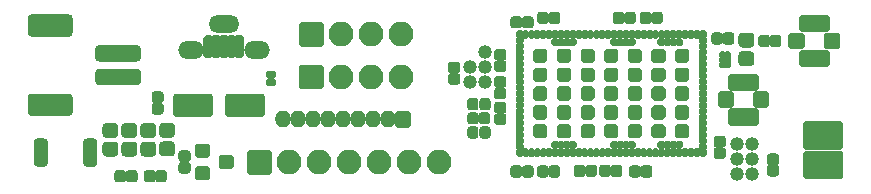
<source format=gts>
G04 #@! TF.GenerationSoftware,KiCad,Pcbnew,(5.1.9)-1*
G04 #@! TF.CreationDate,2021-02-01T18:23:16+11:00*
G04 #@! TF.ProjectId,BoSLnano,426f534c-6e61-46e6-9f2e-6b696361645f,0.4.2*
G04 #@! TF.SameCoordinates,Original*
G04 #@! TF.FileFunction,Soldermask,Top*
G04 #@! TF.FilePolarity,Negative*
%FSLAX46Y46*%
G04 Gerber Fmt 4.6, Leading zero omitted, Abs format (unit mm)*
G04 Created by KiCad (PCBNEW (5.1.9)-1) date 2021-02-01 18:23:16*
%MOMM*%
%LPD*%
G01*
G04 APERTURE LIST*
%ADD10O,2.600000X1.500000*%
%ADD11O,2.200000X1.500000*%
%ADD12O,1.400000X1.400000*%
%ADD13O,2.100000X2.100000*%
%ADD14C,1.187000*%
G04 APERTURE END LIST*
G36*
G01*
X147810000Y-114022500D02*
X147810000Y-113477500D01*
G75*
G02*
X148057500Y-113230000I247500J0D01*
G01*
X148552500Y-113230000D01*
G75*
G02*
X148800000Y-113477500I0J-247500D01*
G01*
X148800000Y-114022500D01*
G75*
G02*
X148552500Y-114270000I-247500J0D01*
G01*
X148057500Y-114270000D01*
G75*
G02*
X147810000Y-114022500I0J247500D01*
G01*
G37*
G36*
G01*
X146840000Y-114022500D02*
X146840000Y-113477500D01*
G75*
G02*
X147087500Y-113230000I247500J0D01*
G01*
X147582500Y-113230000D01*
G75*
G02*
X147830000Y-113477500I0J-247500D01*
G01*
X147830000Y-114022500D01*
G75*
G02*
X147582500Y-114270000I-247500J0D01*
G01*
X147087500Y-114270000D01*
G75*
G02*
X146840000Y-114022500I0J247500D01*
G01*
G37*
D10*
X117200000Y-101325000D03*
D11*
X114400000Y-103475000D03*
X120000000Y-103475000D03*
G36*
G01*
X118925000Y-102475000D02*
X118925000Y-103975000D01*
G75*
G02*
X118725000Y-104175000I-200000J0D01*
G01*
X118275000Y-104175000D01*
G75*
G02*
X118075000Y-103975000I0J200000D01*
G01*
X118075000Y-102475000D01*
G75*
G02*
X118275000Y-102275000I200000J0D01*
G01*
X118725000Y-102275000D01*
G75*
G02*
X118925000Y-102475000I0J-200000D01*
G01*
G37*
G36*
G01*
X116325000Y-102475000D02*
X116325000Y-103975000D01*
G75*
G02*
X116125000Y-104175000I-200000J0D01*
G01*
X115675000Y-104175000D01*
G75*
G02*
X115475000Y-103975000I0J200000D01*
G01*
X115475000Y-102475000D01*
G75*
G02*
X115675000Y-102275000I200000J0D01*
G01*
X116125000Y-102275000D01*
G75*
G02*
X116325000Y-102475000I0J-200000D01*
G01*
G37*
G36*
G01*
X118275000Y-102475000D02*
X118275000Y-103975000D01*
G75*
G02*
X118075000Y-104175000I-200000J0D01*
G01*
X117625000Y-104175000D01*
G75*
G02*
X117425000Y-103975000I0J200000D01*
G01*
X117425000Y-102475000D01*
G75*
G02*
X117625000Y-102275000I200000J0D01*
G01*
X118075000Y-102275000D01*
G75*
G02*
X118275000Y-102475000I0J-200000D01*
G01*
G37*
G36*
G01*
X116975000Y-102475000D02*
X116975000Y-103975000D01*
G75*
G02*
X116775000Y-104175000I-200000J0D01*
G01*
X116325000Y-104175000D01*
G75*
G02*
X116125000Y-103975000I0J200000D01*
G01*
X116125000Y-102475000D01*
G75*
G02*
X116325000Y-102275000I200000J0D01*
G01*
X116775000Y-102275000D01*
G75*
G02*
X116975000Y-102475000I0J-200000D01*
G01*
G37*
G36*
G01*
X117625000Y-102475000D02*
X117625000Y-103975000D01*
G75*
G02*
X117425000Y-104175000I-200000J0D01*
G01*
X116975000Y-104175000D01*
G75*
G02*
X116775000Y-103975000I0J200000D01*
G01*
X116775000Y-102475000D01*
G75*
G02*
X116975000Y-102275000I200000J0D01*
G01*
X117425000Y-102275000D01*
G75*
G02*
X117625000Y-102475000I0J-200000D01*
G01*
G37*
D12*
X122200000Y-109390000D03*
X123470000Y-109390000D03*
X124740000Y-109390000D03*
X126010000Y-109390000D03*
X127280000Y-109390000D03*
X128550000Y-109390000D03*
X129820000Y-109390000D03*
X131090000Y-109390000D03*
G36*
G01*
X131860000Y-108690000D02*
X132860000Y-108690000D01*
G75*
G02*
X133060000Y-108890000I0J-200000D01*
G01*
X133060000Y-109890000D01*
G75*
G02*
X132860000Y-110090000I-200000J0D01*
G01*
X131860000Y-110090000D01*
G75*
G02*
X131660000Y-109890000I0J200000D01*
G01*
X131660000Y-108890000D01*
G75*
G02*
X131860000Y-108690000I200000J0D01*
G01*
G37*
D13*
X135445500Y-113030000D03*
X132905500Y-113030000D03*
X130365500Y-113030000D03*
X127825500Y-113030000D03*
X125285500Y-113030000D03*
X122745500Y-113030000D03*
G36*
G01*
X121055500Y-114080000D02*
X119355500Y-114080000D01*
G75*
G02*
X119155500Y-113880000I0J200000D01*
G01*
X119155500Y-112180000D01*
G75*
G02*
X119355500Y-111980000I200000J0D01*
G01*
X121055500Y-111980000D01*
G75*
G02*
X121255500Y-112180000I0J-200000D01*
G01*
X121255500Y-113880000D01*
G75*
G02*
X121055500Y-114080000I-200000J0D01*
G01*
G37*
X132220000Y-105800000D03*
X129680000Y-105800000D03*
X127140000Y-105800000D03*
G36*
G01*
X125450000Y-106850000D02*
X123750000Y-106850000D01*
G75*
G02*
X123550000Y-106650000I0J200000D01*
G01*
X123550000Y-104950000D01*
G75*
G02*
X123750000Y-104750000I200000J0D01*
G01*
X125450000Y-104750000D01*
G75*
G02*
X125650000Y-104950000I0J-200000D01*
G01*
X125650000Y-106650000D01*
G75*
G02*
X125450000Y-106850000I-200000J0D01*
G01*
G37*
G36*
G01*
X125450000Y-103250000D02*
X123750000Y-103250000D01*
G75*
G02*
X123550000Y-103050000I0J200000D01*
G01*
X123550000Y-101350000D01*
G75*
G02*
X123750000Y-101150000I200000J0D01*
G01*
X125450000Y-101150000D01*
G75*
G02*
X125650000Y-101350000I0J-200000D01*
G01*
X125650000Y-103050000D01*
G75*
G02*
X125450000Y-103250000I-200000J0D01*
G01*
G37*
X127140000Y-102200000D03*
X129680000Y-102200000D03*
X132220000Y-102200000D03*
G36*
G01*
X138760000Y-110215000D02*
X138760000Y-110785000D01*
G75*
G02*
X138525000Y-111020000I-235000J0D01*
G01*
X138055000Y-111020000D01*
G75*
G02*
X137820000Y-110785000I0J235000D01*
G01*
X137820000Y-110215000D01*
G75*
G02*
X138055000Y-109980000I235000J0D01*
G01*
X138525000Y-109980000D01*
G75*
G02*
X138760000Y-110215000I0J-235000D01*
G01*
G37*
G36*
G01*
X139780000Y-110215000D02*
X139780000Y-110785000D01*
G75*
G02*
X139545000Y-111020000I-235000J0D01*
G01*
X139075000Y-111020000D01*
G75*
G02*
X138840000Y-110785000I0J235000D01*
G01*
X138840000Y-110215000D01*
G75*
G02*
X139075000Y-109980000I235000J0D01*
G01*
X139545000Y-109980000D01*
G75*
G02*
X139780000Y-110215000I0J-235000D01*
G01*
G37*
G36*
G01*
X138840000Y-108385000D02*
X138840000Y-107815000D01*
G75*
G02*
X139075000Y-107580000I235000J0D01*
G01*
X139545000Y-107580000D01*
G75*
G02*
X139780000Y-107815000I0J-235000D01*
G01*
X139780000Y-108385000D01*
G75*
G02*
X139545000Y-108620000I-235000J0D01*
G01*
X139075000Y-108620000D01*
G75*
G02*
X138840000Y-108385000I0J235000D01*
G01*
G37*
G36*
G01*
X137820000Y-108385000D02*
X137820000Y-107815000D01*
G75*
G02*
X138055000Y-107580000I235000J0D01*
G01*
X138525000Y-107580000D01*
G75*
G02*
X138760000Y-107815000I0J-235000D01*
G01*
X138760000Y-108385000D01*
G75*
G02*
X138525000Y-108620000I-235000J0D01*
G01*
X138055000Y-108620000D01*
G75*
G02*
X137820000Y-108385000I0J235000D01*
G01*
G37*
G36*
G01*
X112756250Y-110947500D02*
X112043750Y-110947500D01*
G75*
G02*
X111725000Y-110628750I0J318750D01*
G01*
X111725000Y-109991250D01*
G75*
G02*
X112043750Y-109672500I318750J0D01*
G01*
X112756250Y-109672500D01*
G75*
G02*
X113075000Y-109991250I0J-318750D01*
G01*
X113075000Y-110628750D01*
G75*
G02*
X112756250Y-110947500I-318750J0D01*
G01*
G37*
G36*
G01*
X112756250Y-112522500D02*
X112043750Y-112522500D01*
G75*
G02*
X111725000Y-112203750I0J318750D01*
G01*
X111725000Y-111566250D01*
G75*
G02*
X112043750Y-111247500I318750J0D01*
G01*
X112756250Y-111247500D01*
G75*
G02*
X113075000Y-111566250I0J-318750D01*
G01*
X113075000Y-112203750D01*
G75*
G02*
X112756250Y-112522500I-318750J0D01*
G01*
G37*
G36*
G01*
X138780000Y-109570000D02*
X138780000Y-109030000D01*
G75*
G02*
X139020000Y-108790000I240000J0D01*
G01*
X139500000Y-108790000D01*
G75*
G02*
X139740000Y-109030000I0J-240000D01*
G01*
X139740000Y-109570000D01*
G75*
G02*
X139500000Y-109810000I-240000J0D01*
G01*
X139020000Y-109810000D01*
G75*
G02*
X138780000Y-109570000I0J240000D01*
G01*
G37*
G36*
G01*
X137820000Y-109570000D02*
X137820000Y-109030000D01*
G75*
G02*
X138060000Y-108790000I240000J0D01*
G01*
X138540000Y-108790000D01*
G75*
G02*
X138780000Y-109030000I0J-240000D01*
G01*
X138780000Y-109570000D01*
G75*
G02*
X138540000Y-109810000I-240000J0D01*
G01*
X138060000Y-109810000D01*
G75*
G02*
X137820000Y-109570000I0J240000D01*
G01*
G37*
D14*
X139300000Y-106200000D03*
X138030000Y-106200000D03*
X139300000Y-104930000D03*
X138030000Y-104930000D03*
X139300000Y-103660000D03*
G36*
G01*
X145400000Y-111700000D02*
X145400000Y-111400000D01*
G75*
G02*
X145600000Y-111200000I200000J0D01*
G01*
X145900000Y-111200000D01*
G75*
G02*
X146100000Y-111400000I0J-200000D01*
G01*
X146100000Y-111700000D01*
G75*
G02*
X145900000Y-111900000I-200000J0D01*
G01*
X145600000Y-111900000D01*
G75*
G02*
X145400000Y-111700000I0J200000D01*
G01*
G37*
G36*
G01*
X151400000Y-111700000D02*
X151400000Y-111400000D01*
G75*
G02*
X151600000Y-111200000I200000J0D01*
G01*
X151900000Y-111200000D01*
G75*
G02*
X152100000Y-111400000I0J-200000D01*
G01*
X152100000Y-111700000D01*
G75*
G02*
X151900000Y-111900000I-200000J0D01*
G01*
X151600000Y-111900000D01*
G75*
G02*
X151400000Y-111700000I0J200000D01*
G01*
G37*
G36*
G01*
X150400000Y-111700000D02*
X150400000Y-111400000D01*
G75*
G02*
X150600000Y-111200000I200000J0D01*
G01*
X150900000Y-111200000D01*
G75*
G02*
X151100000Y-111400000I0J-200000D01*
G01*
X151100000Y-111700000D01*
G75*
G02*
X150900000Y-111900000I-200000J0D01*
G01*
X150600000Y-111900000D01*
G75*
G02*
X150400000Y-111700000I0J200000D01*
G01*
G37*
G36*
G01*
X149900000Y-111700000D02*
X149900000Y-111400000D01*
G75*
G02*
X150100000Y-111200000I200000J0D01*
G01*
X150400000Y-111200000D01*
G75*
G02*
X150600000Y-111400000I0J-200000D01*
G01*
X150600000Y-111700000D01*
G75*
G02*
X150400000Y-111900000I-200000J0D01*
G01*
X150100000Y-111900000D01*
G75*
G02*
X149900000Y-111700000I0J200000D01*
G01*
G37*
G36*
G01*
X146400000Y-111700000D02*
X146400000Y-111400000D01*
G75*
G02*
X146600000Y-111200000I200000J0D01*
G01*
X146900000Y-111200000D01*
G75*
G02*
X147100000Y-111400000I0J-200000D01*
G01*
X147100000Y-111700000D01*
G75*
G02*
X146900000Y-111900000I-200000J0D01*
G01*
X146600000Y-111900000D01*
G75*
G02*
X146400000Y-111700000I0J200000D01*
G01*
G37*
G36*
G01*
X155400000Y-111700000D02*
X155400000Y-111400000D01*
G75*
G02*
X155600000Y-111200000I200000J0D01*
G01*
X155900000Y-111200000D01*
G75*
G02*
X156100000Y-111400000I0J-200000D01*
G01*
X156100000Y-111700000D01*
G75*
G02*
X155900000Y-111900000I-200000J0D01*
G01*
X155600000Y-111900000D01*
G75*
G02*
X155400000Y-111700000I0J200000D01*
G01*
G37*
G36*
G01*
X154900000Y-111700000D02*
X154900000Y-111400000D01*
G75*
G02*
X155100000Y-111200000I200000J0D01*
G01*
X155400000Y-111200000D01*
G75*
G02*
X155600000Y-111400000I0J-200000D01*
G01*
X155600000Y-111700000D01*
G75*
G02*
X155400000Y-111900000I-200000J0D01*
G01*
X155100000Y-111900000D01*
G75*
G02*
X154900000Y-111700000I0J200000D01*
G01*
G37*
G36*
G01*
X154400000Y-111700000D02*
X154400000Y-111400000D01*
G75*
G02*
X154600000Y-111200000I200000J0D01*
G01*
X154900000Y-111200000D01*
G75*
G02*
X155100000Y-111400000I0J-200000D01*
G01*
X155100000Y-111700000D01*
G75*
G02*
X154900000Y-111900000I-200000J0D01*
G01*
X154600000Y-111900000D01*
G75*
G02*
X154400000Y-111700000I0J200000D01*
G01*
G37*
G36*
G01*
X144900000Y-111700000D02*
X144900000Y-111400000D01*
G75*
G02*
X145100000Y-111200000I200000J0D01*
G01*
X145400000Y-111200000D01*
G75*
G02*
X145600000Y-111400000I0J-200000D01*
G01*
X145600000Y-111700000D01*
G75*
G02*
X145400000Y-111900000I-200000J0D01*
G01*
X145100000Y-111900000D01*
G75*
G02*
X144900000Y-111700000I0J200000D01*
G01*
G37*
G36*
G01*
X153900000Y-111700000D02*
X153900000Y-111400000D01*
G75*
G02*
X154100000Y-111200000I200000J0D01*
G01*
X154400000Y-111200000D01*
G75*
G02*
X154600000Y-111400000I0J-200000D01*
G01*
X154600000Y-111700000D01*
G75*
G02*
X154400000Y-111900000I-200000J0D01*
G01*
X154100000Y-111900000D01*
G75*
G02*
X153900000Y-111700000I0J200000D01*
G01*
G37*
G36*
G01*
X150900000Y-111700000D02*
X150900000Y-111400000D01*
G75*
G02*
X151100000Y-111200000I200000J0D01*
G01*
X151400000Y-111200000D01*
G75*
G02*
X151600000Y-111400000I0J-200000D01*
G01*
X151600000Y-111700000D01*
G75*
G02*
X151400000Y-111900000I-200000J0D01*
G01*
X151100000Y-111900000D01*
G75*
G02*
X150900000Y-111700000I0J200000D01*
G01*
G37*
G36*
G01*
X145900000Y-111700000D02*
X145900000Y-111400000D01*
G75*
G02*
X146100000Y-111200000I200000J0D01*
G01*
X146400000Y-111200000D01*
G75*
G02*
X146600000Y-111400000I0J-200000D01*
G01*
X146600000Y-111700000D01*
G75*
G02*
X146400000Y-111900000I-200000J0D01*
G01*
X146100000Y-111900000D01*
G75*
G02*
X145900000Y-111700000I0J200000D01*
G01*
G37*
G36*
G01*
X153900000Y-103000000D02*
X153900000Y-102700000D01*
G75*
G02*
X154100000Y-102500000I200000J0D01*
G01*
X154400000Y-102500000D01*
G75*
G02*
X154600000Y-102700000I0J-200000D01*
G01*
X154600000Y-103000000D01*
G75*
G02*
X154400000Y-103200000I-200000J0D01*
G01*
X154100000Y-103200000D01*
G75*
G02*
X153900000Y-103000000I0J200000D01*
G01*
G37*
G36*
G01*
X154900000Y-103000000D02*
X154900000Y-102700000D01*
G75*
G02*
X155100000Y-102500000I200000J0D01*
G01*
X155400000Y-102500000D01*
G75*
G02*
X155600000Y-102700000I0J-200000D01*
G01*
X155600000Y-103000000D01*
G75*
G02*
X155400000Y-103200000I-200000J0D01*
G01*
X155100000Y-103200000D01*
G75*
G02*
X154900000Y-103000000I0J200000D01*
G01*
G37*
G36*
G01*
X155400000Y-103000000D02*
X155400000Y-102700000D01*
G75*
G02*
X155600000Y-102500000I200000J0D01*
G01*
X155900000Y-102500000D01*
G75*
G02*
X156100000Y-102700000I0J-200000D01*
G01*
X156100000Y-103000000D01*
G75*
G02*
X155900000Y-103200000I-200000J0D01*
G01*
X155600000Y-103200000D01*
G75*
G02*
X155400000Y-103000000I0J200000D01*
G01*
G37*
G36*
G01*
X154400000Y-103000000D02*
X154400000Y-102700000D01*
G75*
G02*
X154600000Y-102500000I200000J0D01*
G01*
X154900000Y-102500000D01*
G75*
G02*
X155100000Y-102700000I0J-200000D01*
G01*
X155100000Y-103000000D01*
G75*
G02*
X154900000Y-103200000I-200000J0D01*
G01*
X154600000Y-103200000D01*
G75*
G02*
X154400000Y-103000000I0J200000D01*
G01*
G37*
G36*
G01*
X150400000Y-103000000D02*
X150400000Y-102700000D01*
G75*
G02*
X150600000Y-102500000I200000J0D01*
G01*
X150900000Y-102500000D01*
G75*
G02*
X151100000Y-102700000I0J-200000D01*
G01*
X151100000Y-103000000D01*
G75*
G02*
X150900000Y-103200000I-200000J0D01*
G01*
X150600000Y-103200000D01*
G75*
G02*
X150400000Y-103000000I0J200000D01*
G01*
G37*
G36*
G01*
X151400000Y-103000000D02*
X151400000Y-102700000D01*
G75*
G02*
X151600000Y-102500000I200000J0D01*
G01*
X151900000Y-102500000D01*
G75*
G02*
X152100000Y-102700000I0J-200000D01*
G01*
X152100000Y-103000000D01*
G75*
G02*
X151900000Y-103200000I-200000J0D01*
G01*
X151600000Y-103200000D01*
G75*
G02*
X151400000Y-103000000I0J200000D01*
G01*
G37*
G36*
G01*
X150900000Y-103000000D02*
X150900000Y-102700000D01*
G75*
G02*
X151100000Y-102500000I200000J0D01*
G01*
X151400000Y-102500000D01*
G75*
G02*
X151600000Y-102700000I0J-200000D01*
G01*
X151600000Y-103000000D01*
G75*
G02*
X151400000Y-103200000I-200000J0D01*
G01*
X151100000Y-103200000D01*
G75*
G02*
X150900000Y-103000000I0J200000D01*
G01*
G37*
G36*
G01*
X149900000Y-103000000D02*
X149900000Y-102700000D01*
G75*
G02*
X150100000Y-102500000I200000J0D01*
G01*
X150400000Y-102500000D01*
G75*
G02*
X150600000Y-102700000I0J-200000D01*
G01*
X150600000Y-103000000D01*
G75*
G02*
X150400000Y-103200000I-200000J0D01*
G01*
X150100000Y-103200000D01*
G75*
G02*
X149900000Y-103000000I0J200000D01*
G01*
G37*
G36*
G01*
X145400000Y-103000000D02*
X145400000Y-102700000D01*
G75*
G02*
X145600000Y-102500000I200000J0D01*
G01*
X145900000Y-102500000D01*
G75*
G02*
X146100000Y-102700000I0J-200000D01*
G01*
X146100000Y-103000000D01*
G75*
G02*
X145900000Y-103200000I-200000J0D01*
G01*
X145600000Y-103200000D01*
G75*
G02*
X145400000Y-103000000I0J200000D01*
G01*
G37*
G36*
G01*
X146400000Y-103000000D02*
X146400000Y-102700000D01*
G75*
G02*
X146600000Y-102500000I200000J0D01*
G01*
X146900000Y-102500000D01*
G75*
G02*
X147100000Y-102700000I0J-200000D01*
G01*
X147100000Y-103000000D01*
G75*
G02*
X146900000Y-103200000I-200000J0D01*
G01*
X146600000Y-103200000D01*
G75*
G02*
X146400000Y-103000000I0J200000D01*
G01*
G37*
G36*
G01*
X145900000Y-103000000D02*
X145900000Y-102700000D01*
G75*
G02*
X146100000Y-102500000I200000J0D01*
G01*
X146400000Y-102500000D01*
G75*
G02*
X146600000Y-102700000I0J-200000D01*
G01*
X146600000Y-103000000D01*
G75*
G02*
X146400000Y-103200000I-200000J0D01*
G01*
X146100000Y-103200000D01*
G75*
G02*
X145900000Y-103000000I0J200000D01*
G01*
G37*
G36*
G01*
X144900000Y-103000000D02*
X144900000Y-102700000D01*
G75*
G02*
X145100000Y-102500000I200000J0D01*
G01*
X145400000Y-102500000D01*
G75*
G02*
X145600000Y-102700000I0J-200000D01*
G01*
X145600000Y-103000000D01*
G75*
G02*
X145400000Y-103200000I-200000J0D01*
G01*
X145100000Y-103200000D01*
G75*
G02*
X144900000Y-103000000I0J200000D01*
G01*
G37*
G36*
G01*
X157400000Y-112350000D02*
X157400000Y-112050000D01*
G75*
G02*
X157600000Y-111850000I200000J0D01*
G01*
X157900000Y-111850000D01*
G75*
G02*
X158100000Y-112050000I0J-200000D01*
G01*
X158100000Y-112350000D01*
G75*
G02*
X157900000Y-112550000I-200000J0D01*
G01*
X157600000Y-112550000D01*
G75*
G02*
X157400000Y-112350000I0J200000D01*
G01*
G37*
G36*
G01*
X156900000Y-112350000D02*
X156900000Y-112050000D01*
G75*
G02*
X157100000Y-111850000I200000J0D01*
G01*
X157400000Y-111850000D01*
G75*
G02*
X157600000Y-112050000I0J-200000D01*
G01*
X157600000Y-112350000D01*
G75*
G02*
X157400000Y-112550000I-200000J0D01*
G01*
X157100000Y-112550000D01*
G75*
G02*
X156900000Y-112350000I0J200000D01*
G01*
G37*
G36*
G01*
X156400000Y-112350000D02*
X156400000Y-112050000D01*
G75*
G02*
X156600000Y-111850000I200000J0D01*
G01*
X156900000Y-111850000D01*
G75*
G02*
X157100000Y-112050000I0J-200000D01*
G01*
X157100000Y-112350000D01*
G75*
G02*
X156900000Y-112550000I-200000J0D01*
G01*
X156600000Y-112550000D01*
G75*
G02*
X156400000Y-112350000I0J200000D01*
G01*
G37*
G36*
G01*
X155900000Y-112350000D02*
X155900000Y-112050000D01*
G75*
G02*
X156100000Y-111850000I200000J0D01*
G01*
X156400000Y-111850000D01*
G75*
G02*
X156600000Y-112050000I0J-200000D01*
G01*
X156600000Y-112350000D01*
G75*
G02*
X156400000Y-112550000I-200000J0D01*
G01*
X156100000Y-112550000D01*
G75*
G02*
X155900000Y-112350000I0J200000D01*
G01*
G37*
G36*
G01*
X155400000Y-112350000D02*
X155400000Y-112050000D01*
G75*
G02*
X155600000Y-111850000I200000J0D01*
G01*
X155900000Y-111850000D01*
G75*
G02*
X156100000Y-112050000I0J-200000D01*
G01*
X156100000Y-112350000D01*
G75*
G02*
X155900000Y-112550000I-200000J0D01*
G01*
X155600000Y-112550000D01*
G75*
G02*
X155400000Y-112350000I0J200000D01*
G01*
G37*
G36*
G01*
X154900000Y-112350000D02*
X154900000Y-112050000D01*
G75*
G02*
X155100000Y-111850000I200000J0D01*
G01*
X155400000Y-111850000D01*
G75*
G02*
X155600000Y-112050000I0J-200000D01*
G01*
X155600000Y-112350000D01*
G75*
G02*
X155400000Y-112550000I-200000J0D01*
G01*
X155100000Y-112550000D01*
G75*
G02*
X154900000Y-112350000I0J200000D01*
G01*
G37*
G36*
G01*
X154400000Y-112350000D02*
X154400000Y-112050000D01*
G75*
G02*
X154600000Y-111850000I200000J0D01*
G01*
X154900000Y-111850000D01*
G75*
G02*
X155100000Y-112050000I0J-200000D01*
G01*
X155100000Y-112350000D01*
G75*
G02*
X154900000Y-112550000I-200000J0D01*
G01*
X154600000Y-112550000D01*
G75*
G02*
X154400000Y-112350000I0J200000D01*
G01*
G37*
G36*
G01*
X153900000Y-112350000D02*
X153900000Y-112050000D01*
G75*
G02*
X154100000Y-111850000I200000J0D01*
G01*
X154400000Y-111850000D01*
G75*
G02*
X154600000Y-112050000I0J-200000D01*
G01*
X154600000Y-112350000D01*
G75*
G02*
X154400000Y-112550000I-200000J0D01*
G01*
X154100000Y-112550000D01*
G75*
G02*
X153900000Y-112350000I0J200000D01*
G01*
G37*
G36*
G01*
X153400000Y-112350000D02*
X153400000Y-112050000D01*
G75*
G02*
X153600000Y-111850000I200000J0D01*
G01*
X153900000Y-111850000D01*
G75*
G02*
X154100000Y-112050000I0J-200000D01*
G01*
X154100000Y-112350000D01*
G75*
G02*
X153900000Y-112550000I-200000J0D01*
G01*
X153600000Y-112550000D01*
G75*
G02*
X153400000Y-112350000I0J200000D01*
G01*
G37*
G36*
G01*
X152900000Y-112350000D02*
X152900000Y-112050000D01*
G75*
G02*
X153100000Y-111850000I200000J0D01*
G01*
X153400000Y-111850000D01*
G75*
G02*
X153600000Y-112050000I0J-200000D01*
G01*
X153600000Y-112350000D01*
G75*
G02*
X153400000Y-112550000I-200000J0D01*
G01*
X153100000Y-112550000D01*
G75*
G02*
X152900000Y-112350000I0J200000D01*
G01*
G37*
G36*
G01*
X152400000Y-112350000D02*
X152400000Y-112050000D01*
G75*
G02*
X152600000Y-111850000I200000J0D01*
G01*
X152900000Y-111850000D01*
G75*
G02*
X153100000Y-112050000I0J-200000D01*
G01*
X153100000Y-112350000D01*
G75*
G02*
X152900000Y-112550000I-200000J0D01*
G01*
X152600000Y-112550000D01*
G75*
G02*
X152400000Y-112350000I0J200000D01*
G01*
G37*
G36*
G01*
X151900000Y-112350000D02*
X151900000Y-112050000D01*
G75*
G02*
X152100000Y-111850000I200000J0D01*
G01*
X152400000Y-111850000D01*
G75*
G02*
X152600000Y-112050000I0J-200000D01*
G01*
X152600000Y-112350000D01*
G75*
G02*
X152400000Y-112550000I-200000J0D01*
G01*
X152100000Y-112550000D01*
G75*
G02*
X151900000Y-112350000I0J200000D01*
G01*
G37*
G36*
G01*
X151400000Y-112350000D02*
X151400000Y-112050000D01*
G75*
G02*
X151600000Y-111850000I200000J0D01*
G01*
X151900000Y-111850000D01*
G75*
G02*
X152100000Y-112050000I0J-200000D01*
G01*
X152100000Y-112350000D01*
G75*
G02*
X151900000Y-112550000I-200000J0D01*
G01*
X151600000Y-112550000D01*
G75*
G02*
X151400000Y-112350000I0J200000D01*
G01*
G37*
G36*
G01*
X150900000Y-112350000D02*
X150900000Y-112050000D01*
G75*
G02*
X151100000Y-111850000I200000J0D01*
G01*
X151400000Y-111850000D01*
G75*
G02*
X151600000Y-112050000I0J-200000D01*
G01*
X151600000Y-112350000D01*
G75*
G02*
X151400000Y-112550000I-200000J0D01*
G01*
X151100000Y-112550000D01*
G75*
G02*
X150900000Y-112350000I0J200000D01*
G01*
G37*
G36*
G01*
X150400000Y-112350000D02*
X150400000Y-112050000D01*
G75*
G02*
X150600000Y-111850000I200000J0D01*
G01*
X150900000Y-111850000D01*
G75*
G02*
X151100000Y-112050000I0J-200000D01*
G01*
X151100000Y-112350000D01*
G75*
G02*
X150900000Y-112550000I-200000J0D01*
G01*
X150600000Y-112550000D01*
G75*
G02*
X150400000Y-112350000I0J200000D01*
G01*
G37*
G36*
G01*
X149900000Y-112350000D02*
X149900000Y-112050000D01*
G75*
G02*
X150100000Y-111850000I200000J0D01*
G01*
X150400000Y-111850000D01*
G75*
G02*
X150600000Y-112050000I0J-200000D01*
G01*
X150600000Y-112350000D01*
G75*
G02*
X150400000Y-112550000I-200000J0D01*
G01*
X150100000Y-112550000D01*
G75*
G02*
X149900000Y-112350000I0J200000D01*
G01*
G37*
G36*
G01*
X149400000Y-112350000D02*
X149400000Y-112050000D01*
G75*
G02*
X149600000Y-111850000I200000J0D01*
G01*
X149900000Y-111850000D01*
G75*
G02*
X150100000Y-112050000I0J-200000D01*
G01*
X150100000Y-112350000D01*
G75*
G02*
X149900000Y-112550000I-200000J0D01*
G01*
X149600000Y-112550000D01*
G75*
G02*
X149400000Y-112350000I0J200000D01*
G01*
G37*
G36*
G01*
X148900000Y-112350000D02*
X148900000Y-112050000D01*
G75*
G02*
X149100000Y-111850000I200000J0D01*
G01*
X149400000Y-111850000D01*
G75*
G02*
X149600000Y-112050000I0J-200000D01*
G01*
X149600000Y-112350000D01*
G75*
G02*
X149400000Y-112550000I-200000J0D01*
G01*
X149100000Y-112550000D01*
G75*
G02*
X148900000Y-112350000I0J200000D01*
G01*
G37*
G36*
G01*
X148400000Y-112350000D02*
X148400000Y-112050000D01*
G75*
G02*
X148600000Y-111850000I200000J0D01*
G01*
X148900000Y-111850000D01*
G75*
G02*
X149100000Y-112050000I0J-200000D01*
G01*
X149100000Y-112350000D01*
G75*
G02*
X148900000Y-112550000I-200000J0D01*
G01*
X148600000Y-112550000D01*
G75*
G02*
X148400000Y-112350000I0J200000D01*
G01*
G37*
G36*
G01*
X147900000Y-112350000D02*
X147900000Y-112050000D01*
G75*
G02*
X148100000Y-111850000I200000J0D01*
G01*
X148400000Y-111850000D01*
G75*
G02*
X148600000Y-112050000I0J-200000D01*
G01*
X148600000Y-112350000D01*
G75*
G02*
X148400000Y-112550000I-200000J0D01*
G01*
X148100000Y-112550000D01*
G75*
G02*
X147900000Y-112350000I0J200000D01*
G01*
G37*
G36*
G01*
X147400000Y-112350000D02*
X147400000Y-112050000D01*
G75*
G02*
X147600000Y-111850000I200000J0D01*
G01*
X147900000Y-111850000D01*
G75*
G02*
X148100000Y-112050000I0J-200000D01*
G01*
X148100000Y-112350000D01*
G75*
G02*
X147900000Y-112550000I-200000J0D01*
G01*
X147600000Y-112550000D01*
G75*
G02*
X147400000Y-112350000I0J200000D01*
G01*
G37*
G36*
G01*
X146900000Y-112350000D02*
X146900000Y-112050000D01*
G75*
G02*
X147100000Y-111850000I200000J0D01*
G01*
X147400000Y-111850000D01*
G75*
G02*
X147600000Y-112050000I0J-200000D01*
G01*
X147600000Y-112350000D01*
G75*
G02*
X147400000Y-112550000I-200000J0D01*
G01*
X147100000Y-112550000D01*
G75*
G02*
X146900000Y-112350000I0J200000D01*
G01*
G37*
G36*
G01*
X146400000Y-112350000D02*
X146400000Y-112050000D01*
G75*
G02*
X146600000Y-111850000I200000J0D01*
G01*
X146900000Y-111850000D01*
G75*
G02*
X147100000Y-112050000I0J-200000D01*
G01*
X147100000Y-112350000D01*
G75*
G02*
X146900000Y-112550000I-200000J0D01*
G01*
X146600000Y-112550000D01*
G75*
G02*
X146400000Y-112350000I0J200000D01*
G01*
G37*
G36*
G01*
X145900000Y-112350000D02*
X145900000Y-112050000D01*
G75*
G02*
X146100000Y-111850000I200000J0D01*
G01*
X146400000Y-111850000D01*
G75*
G02*
X146600000Y-112050000I0J-200000D01*
G01*
X146600000Y-112350000D01*
G75*
G02*
X146400000Y-112550000I-200000J0D01*
G01*
X146100000Y-112550000D01*
G75*
G02*
X145900000Y-112350000I0J200000D01*
G01*
G37*
G36*
G01*
X145400000Y-112350000D02*
X145400000Y-112050000D01*
G75*
G02*
X145600000Y-111850000I200000J0D01*
G01*
X145900000Y-111850000D01*
G75*
G02*
X146100000Y-112050000I0J-200000D01*
G01*
X146100000Y-112350000D01*
G75*
G02*
X145900000Y-112550000I-200000J0D01*
G01*
X145600000Y-112550000D01*
G75*
G02*
X145400000Y-112350000I0J200000D01*
G01*
G37*
G36*
G01*
X144900000Y-112350000D02*
X144900000Y-112050000D01*
G75*
G02*
X145100000Y-111850000I200000J0D01*
G01*
X145400000Y-111850000D01*
G75*
G02*
X145600000Y-112050000I0J-200000D01*
G01*
X145600000Y-112350000D01*
G75*
G02*
X145400000Y-112550000I-200000J0D01*
G01*
X145100000Y-112550000D01*
G75*
G02*
X144900000Y-112350000I0J200000D01*
G01*
G37*
G36*
G01*
X144400000Y-112350000D02*
X144400000Y-112050000D01*
G75*
G02*
X144600000Y-111850000I200000J0D01*
G01*
X144900000Y-111850000D01*
G75*
G02*
X145100000Y-112050000I0J-200000D01*
G01*
X145100000Y-112350000D01*
G75*
G02*
X144900000Y-112550000I-200000J0D01*
G01*
X144600000Y-112550000D01*
G75*
G02*
X144400000Y-112350000I0J200000D01*
G01*
G37*
G36*
G01*
X143900000Y-112350000D02*
X143900000Y-112050000D01*
G75*
G02*
X144100000Y-111850000I200000J0D01*
G01*
X144400000Y-111850000D01*
G75*
G02*
X144600000Y-112050000I0J-200000D01*
G01*
X144600000Y-112350000D01*
G75*
G02*
X144400000Y-112550000I-200000J0D01*
G01*
X144100000Y-112550000D01*
G75*
G02*
X143900000Y-112350000I0J200000D01*
G01*
G37*
G36*
G01*
X143400000Y-112350000D02*
X143400000Y-112050000D01*
G75*
G02*
X143600000Y-111850000I200000J0D01*
G01*
X143900000Y-111850000D01*
G75*
G02*
X144100000Y-112050000I0J-200000D01*
G01*
X144100000Y-112350000D01*
G75*
G02*
X143900000Y-112550000I-200000J0D01*
G01*
X143600000Y-112550000D01*
G75*
G02*
X143400000Y-112350000I0J200000D01*
G01*
G37*
G36*
G01*
X142900000Y-112350000D02*
X142900000Y-112050000D01*
G75*
G02*
X143100000Y-111850000I200000J0D01*
G01*
X143400000Y-111850000D01*
G75*
G02*
X143600000Y-112050000I0J-200000D01*
G01*
X143600000Y-112350000D01*
G75*
G02*
X143400000Y-112550000I-200000J0D01*
G01*
X143100000Y-112550000D01*
G75*
G02*
X142900000Y-112350000I0J200000D01*
G01*
G37*
G36*
G01*
X142400000Y-112350000D02*
X142400000Y-112050000D01*
G75*
G02*
X142600000Y-111850000I200000J0D01*
G01*
X142900000Y-111850000D01*
G75*
G02*
X143100000Y-112050000I0J-200000D01*
G01*
X143100000Y-112350000D01*
G75*
G02*
X142900000Y-112550000I-200000J0D01*
G01*
X142600000Y-112550000D01*
G75*
G02*
X142400000Y-112350000I0J200000D01*
G01*
G37*
G36*
G01*
X157400000Y-111850000D02*
X157400000Y-111550000D01*
G75*
G02*
X157600000Y-111350000I200000J0D01*
G01*
X157900000Y-111350000D01*
G75*
G02*
X158100000Y-111550000I0J-200000D01*
G01*
X158100000Y-111850000D01*
G75*
G02*
X157900000Y-112050000I-200000J0D01*
G01*
X157600000Y-112050000D01*
G75*
G02*
X157400000Y-111850000I0J200000D01*
G01*
G37*
G36*
G01*
X157400000Y-111350000D02*
X157400000Y-111050000D01*
G75*
G02*
X157600000Y-110850000I200000J0D01*
G01*
X157900000Y-110850000D01*
G75*
G02*
X158100000Y-111050000I0J-200000D01*
G01*
X158100000Y-111350000D01*
G75*
G02*
X157900000Y-111550000I-200000J0D01*
G01*
X157600000Y-111550000D01*
G75*
G02*
X157400000Y-111350000I0J200000D01*
G01*
G37*
G36*
G01*
X157400000Y-110850000D02*
X157400000Y-110550000D01*
G75*
G02*
X157600000Y-110350000I200000J0D01*
G01*
X157900000Y-110350000D01*
G75*
G02*
X158100000Y-110550000I0J-200000D01*
G01*
X158100000Y-110850000D01*
G75*
G02*
X157900000Y-111050000I-200000J0D01*
G01*
X157600000Y-111050000D01*
G75*
G02*
X157400000Y-110850000I0J200000D01*
G01*
G37*
G36*
G01*
X157400000Y-110350000D02*
X157400000Y-110050000D01*
G75*
G02*
X157600000Y-109850000I200000J0D01*
G01*
X157900000Y-109850000D01*
G75*
G02*
X158100000Y-110050000I0J-200000D01*
G01*
X158100000Y-110350000D01*
G75*
G02*
X157900000Y-110550000I-200000J0D01*
G01*
X157600000Y-110550000D01*
G75*
G02*
X157400000Y-110350000I0J200000D01*
G01*
G37*
G36*
G01*
X157400000Y-109850000D02*
X157400000Y-109550000D01*
G75*
G02*
X157600000Y-109350000I200000J0D01*
G01*
X157900000Y-109350000D01*
G75*
G02*
X158100000Y-109550000I0J-200000D01*
G01*
X158100000Y-109850000D01*
G75*
G02*
X157900000Y-110050000I-200000J0D01*
G01*
X157600000Y-110050000D01*
G75*
G02*
X157400000Y-109850000I0J200000D01*
G01*
G37*
G36*
G01*
X157400000Y-109350000D02*
X157400000Y-109050000D01*
G75*
G02*
X157600000Y-108850000I200000J0D01*
G01*
X157900000Y-108850000D01*
G75*
G02*
X158100000Y-109050000I0J-200000D01*
G01*
X158100000Y-109350000D01*
G75*
G02*
X157900000Y-109550000I-200000J0D01*
G01*
X157600000Y-109550000D01*
G75*
G02*
X157400000Y-109350000I0J200000D01*
G01*
G37*
G36*
G01*
X157400000Y-108850000D02*
X157400000Y-108550000D01*
G75*
G02*
X157600000Y-108350000I200000J0D01*
G01*
X157900000Y-108350000D01*
G75*
G02*
X158100000Y-108550000I0J-200000D01*
G01*
X158100000Y-108850000D01*
G75*
G02*
X157900000Y-109050000I-200000J0D01*
G01*
X157600000Y-109050000D01*
G75*
G02*
X157400000Y-108850000I0J200000D01*
G01*
G37*
G36*
G01*
X157400000Y-108350000D02*
X157400000Y-108050000D01*
G75*
G02*
X157600000Y-107850000I200000J0D01*
G01*
X157900000Y-107850000D01*
G75*
G02*
X158100000Y-108050000I0J-200000D01*
G01*
X158100000Y-108350000D01*
G75*
G02*
X157900000Y-108550000I-200000J0D01*
G01*
X157600000Y-108550000D01*
G75*
G02*
X157400000Y-108350000I0J200000D01*
G01*
G37*
G36*
G01*
X157400000Y-107850000D02*
X157400000Y-107550000D01*
G75*
G02*
X157600000Y-107350000I200000J0D01*
G01*
X157900000Y-107350000D01*
G75*
G02*
X158100000Y-107550000I0J-200000D01*
G01*
X158100000Y-107850000D01*
G75*
G02*
X157900000Y-108050000I-200000J0D01*
G01*
X157600000Y-108050000D01*
G75*
G02*
X157400000Y-107850000I0J200000D01*
G01*
G37*
G36*
G01*
X157400000Y-107350000D02*
X157400000Y-107050000D01*
G75*
G02*
X157600000Y-106850000I200000J0D01*
G01*
X157900000Y-106850000D01*
G75*
G02*
X158100000Y-107050000I0J-200000D01*
G01*
X158100000Y-107350000D01*
G75*
G02*
X157900000Y-107550000I-200000J0D01*
G01*
X157600000Y-107550000D01*
G75*
G02*
X157400000Y-107350000I0J200000D01*
G01*
G37*
G36*
G01*
X157400000Y-106850000D02*
X157400000Y-106550000D01*
G75*
G02*
X157600000Y-106350000I200000J0D01*
G01*
X157900000Y-106350000D01*
G75*
G02*
X158100000Y-106550000I0J-200000D01*
G01*
X158100000Y-106850000D01*
G75*
G02*
X157900000Y-107050000I-200000J0D01*
G01*
X157600000Y-107050000D01*
G75*
G02*
X157400000Y-106850000I0J200000D01*
G01*
G37*
G36*
G01*
X157400000Y-106350000D02*
X157400000Y-106050000D01*
G75*
G02*
X157600000Y-105850000I200000J0D01*
G01*
X157900000Y-105850000D01*
G75*
G02*
X158100000Y-106050000I0J-200000D01*
G01*
X158100000Y-106350000D01*
G75*
G02*
X157900000Y-106550000I-200000J0D01*
G01*
X157600000Y-106550000D01*
G75*
G02*
X157400000Y-106350000I0J200000D01*
G01*
G37*
G36*
G01*
X157400000Y-105850000D02*
X157400000Y-105550000D01*
G75*
G02*
X157600000Y-105350000I200000J0D01*
G01*
X157900000Y-105350000D01*
G75*
G02*
X158100000Y-105550000I0J-200000D01*
G01*
X158100000Y-105850000D01*
G75*
G02*
X157900000Y-106050000I-200000J0D01*
G01*
X157600000Y-106050000D01*
G75*
G02*
X157400000Y-105850000I0J200000D01*
G01*
G37*
G36*
G01*
X157400000Y-105350000D02*
X157400000Y-105050000D01*
G75*
G02*
X157600000Y-104850000I200000J0D01*
G01*
X157900000Y-104850000D01*
G75*
G02*
X158100000Y-105050000I0J-200000D01*
G01*
X158100000Y-105350000D01*
G75*
G02*
X157900000Y-105550000I-200000J0D01*
G01*
X157600000Y-105550000D01*
G75*
G02*
X157400000Y-105350000I0J200000D01*
G01*
G37*
G36*
G01*
X157400000Y-104850000D02*
X157400000Y-104550000D01*
G75*
G02*
X157600000Y-104350000I200000J0D01*
G01*
X157900000Y-104350000D01*
G75*
G02*
X158100000Y-104550000I0J-200000D01*
G01*
X158100000Y-104850000D01*
G75*
G02*
X157900000Y-105050000I-200000J0D01*
G01*
X157600000Y-105050000D01*
G75*
G02*
X157400000Y-104850000I0J200000D01*
G01*
G37*
G36*
G01*
X157400000Y-104350000D02*
X157400000Y-104050000D01*
G75*
G02*
X157600000Y-103850000I200000J0D01*
G01*
X157900000Y-103850000D01*
G75*
G02*
X158100000Y-104050000I0J-200000D01*
G01*
X158100000Y-104350000D01*
G75*
G02*
X157900000Y-104550000I-200000J0D01*
G01*
X157600000Y-104550000D01*
G75*
G02*
X157400000Y-104350000I0J200000D01*
G01*
G37*
G36*
G01*
X157400000Y-103850000D02*
X157400000Y-103550000D01*
G75*
G02*
X157600000Y-103350000I200000J0D01*
G01*
X157900000Y-103350000D01*
G75*
G02*
X158100000Y-103550000I0J-200000D01*
G01*
X158100000Y-103850000D01*
G75*
G02*
X157900000Y-104050000I-200000J0D01*
G01*
X157600000Y-104050000D01*
G75*
G02*
X157400000Y-103850000I0J200000D01*
G01*
G37*
G36*
G01*
X157400000Y-103350000D02*
X157400000Y-103050000D01*
G75*
G02*
X157600000Y-102850000I200000J0D01*
G01*
X157900000Y-102850000D01*
G75*
G02*
X158100000Y-103050000I0J-200000D01*
G01*
X158100000Y-103350000D01*
G75*
G02*
X157900000Y-103550000I-200000J0D01*
G01*
X157600000Y-103550000D01*
G75*
G02*
X157400000Y-103350000I0J200000D01*
G01*
G37*
G36*
G01*
X157400000Y-102850000D02*
X157400000Y-102550000D01*
G75*
G02*
X157600000Y-102350000I200000J0D01*
G01*
X157900000Y-102350000D01*
G75*
G02*
X158100000Y-102550000I0J-200000D01*
G01*
X158100000Y-102850000D01*
G75*
G02*
X157900000Y-103050000I-200000J0D01*
G01*
X157600000Y-103050000D01*
G75*
G02*
X157400000Y-102850000I0J200000D01*
G01*
G37*
G36*
G01*
X141900000Y-112350000D02*
X141900000Y-112050000D01*
G75*
G02*
X142100000Y-111850000I200000J0D01*
G01*
X142400000Y-111850000D01*
G75*
G02*
X142600000Y-112050000I0J-200000D01*
G01*
X142600000Y-112350000D01*
G75*
G02*
X142400000Y-112550000I-200000J0D01*
G01*
X142100000Y-112550000D01*
G75*
G02*
X141900000Y-112350000I0J200000D01*
G01*
G37*
G36*
G01*
X141900000Y-111850000D02*
X141900000Y-111550000D01*
G75*
G02*
X142100000Y-111350000I200000J0D01*
G01*
X142400000Y-111350000D01*
G75*
G02*
X142600000Y-111550000I0J-200000D01*
G01*
X142600000Y-111850000D01*
G75*
G02*
X142400000Y-112050000I-200000J0D01*
G01*
X142100000Y-112050000D01*
G75*
G02*
X141900000Y-111850000I0J200000D01*
G01*
G37*
G36*
G01*
X141900000Y-111350000D02*
X141900000Y-111050000D01*
G75*
G02*
X142100000Y-110850000I200000J0D01*
G01*
X142400000Y-110850000D01*
G75*
G02*
X142600000Y-111050000I0J-200000D01*
G01*
X142600000Y-111350000D01*
G75*
G02*
X142400000Y-111550000I-200000J0D01*
G01*
X142100000Y-111550000D01*
G75*
G02*
X141900000Y-111350000I0J200000D01*
G01*
G37*
G36*
G01*
X141900000Y-110850000D02*
X141900000Y-110550000D01*
G75*
G02*
X142100000Y-110350000I200000J0D01*
G01*
X142400000Y-110350000D01*
G75*
G02*
X142600000Y-110550000I0J-200000D01*
G01*
X142600000Y-110850000D01*
G75*
G02*
X142400000Y-111050000I-200000J0D01*
G01*
X142100000Y-111050000D01*
G75*
G02*
X141900000Y-110850000I0J200000D01*
G01*
G37*
G36*
G01*
X141900000Y-110350000D02*
X141900000Y-110050000D01*
G75*
G02*
X142100000Y-109850000I200000J0D01*
G01*
X142400000Y-109850000D01*
G75*
G02*
X142600000Y-110050000I0J-200000D01*
G01*
X142600000Y-110350000D01*
G75*
G02*
X142400000Y-110550000I-200000J0D01*
G01*
X142100000Y-110550000D01*
G75*
G02*
X141900000Y-110350000I0J200000D01*
G01*
G37*
G36*
G01*
X141900000Y-109850000D02*
X141900000Y-109550000D01*
G75*
G02*
X142100000Y-109350000I200000J0D01*
G01*
X142400000Y-109350000D01*
G75*
G02*
X142600000Y-109550000I0J-200000D01*
G01*
X142600000Y-109850000D01*
G75*
G02*
X142400000Y-110050000I-200000J0D01*
G01*
X142100000Y-110050000D01*
G75*
G02*
X141900000Y-109850000I0J200000D01*
G01*
G37*
G36*
G01*
X141900000Y-109350000D02*
X141900000Y-109050000D01*
G75*
G02*
X142100000Y-108850000I200000J0D01*
G01*
X142400000Y-108850000D01*
G75*
G02*
X142600000Y-109050000I0J-200000D01*
G01*
X142600000Y-109350000D01*
G75*
G02*
X142400000Y-109550000I-200000J0D01*
G01*
X142100000Y-109550000D01*
G75*
G02*
X141900000Y-109350000I0J200000D01*
G01*
G37*
G36*
G01*
X141900000Y-108850000D02*
X141900000Y-108550000D01*
G75*
G02*
X142100000Y-108350000I200000J0D01*
G01*
X142400000Y-108350000D01*
G75*
G02*
X142600000Y-108550000I0J-200000D01*
G01*
X142600000Y-108850000D01*
G75*
G02*
X142400000Y-109050000I-200000J0D01*
G01*
X142100000Y-109050000D01*
G75*
G02*
X141900000Y-108850000I0J200000D01*
G01*
G37*
G36*
G01*
X141900000Y-108350000D02*
X141900000Y-108050000D01*
G75*
G02*
X142100000Y-107850000I200000J0D01*
G01*
X142400000Y-107850000D01*
G75*
G02*
X142600000Y-108050000I0J-200000D01*
G01*
X142600000Y-108350000D01*
G75*
G02*
X142400000Y-108550000I-200000J0D01*
G01*
X142100000Y-108550000D01*
G75*
G02*
X141900000Y-108350000I0J200000D01*
G01*
G37*
G36*
G01*
X141900000Y-107850000D02*
X141900000Y-107550000D01*
G75*
G02*
X142100000Y-107350000I200000J0D01*
G01*
X142400000Y-107350000D01*
G75*
G02*
X142600000Y-107550000I0J-200000D01*
G01*
X142600000Y-107850000D01*
G75*
G02*
X142400000Y-108050000I-200000J0D01*
G01*
X142100000Y-108050000D01*
G75*
G02*
X141900000Y-107850000I0J200000D01*
G01*
G37*
G36*
G01*
X141900000Y-107350000D02*
X141900000Y-107050000D01*
G75*
G02*
X142100000Y-106850000I200000J0D01*
G01*
X142400000Y-106850000D01*
G75*
G02*
X142600000Y-107050000I0J-200000D01*
G01*
X142600000Y-107350000D01*
G75*
G02*
X142400000Y-107550000I-200000J0D01*
G01*
X142100000Y-107550000D01*
G75*
G02*
X141900000Y-107350000I0J200000D01*
G01*
G37*
G36*
G01*
X141900000Y-106850000D02*
X141900000Y-106550000D01*
G75*
G02*
X142100000Y-106350000I200000J0D01*
G01*
X142400000Y-106350000D01*
G75*
G02*
X142600000Y-106550000I0J-200000D01*
G01*
X142600000Y-106850000D01*
G75*
G02*
X142400000Y-107050000I-200000J0D01*
G01*
X142100000Y-107050000D01*
G75*
G02*
X141900000Y-106850000I0J200000D01*
G01*
G37*
G36*
G01*
X141900000Y-106350000D02*
X141900000Y-106050000D01*
G75*
G02*
X142100000Y-105850000I200000J0D01*
G01*
X142400000Y-105850000D01*
G75*
G02*
X142600000Y-106050000I0J-200000D01*
G01*
X142600000Y-106350000D01*
G75*
G02*
X142400000Y-106550000I-200000J0D01*
G01*
X142100000Y-106550000D01*
G75*
G02*
X141900000Y-106350000I0J200000D01*
G01*
G37*
G36*
G01*
X141900000Y-105850000D02*
X141900000Y-105550000D01*
G75*
G02*
X142100000Y-105350000I200000J0D01*
G01*
X142400000Y-105350000D01*
G75*
G02*
X142600000Y-105550000I0J-200000D01*
G01*
X142600000Y-105850000D01*
G75*
G02*
X142400000Y-106050000I-200000J0D01*
G01*
X142100000Y-106050000D01*
G75*
G02*
X141900000Y-105850000I0J200000D01*
G01*
G37*
G36*
G01*
X141900000Y-105350000D02*
X141900000Y-105050000D01*
G75*
G02*
X142100000Y-104850000I200000J0D01*
G01*
X142400000Y-104850000D01*
G75*
G02*
X142600000Y-105050000I0J-200000D01*
G01*
X142600000Y-105350000D01*
G75*
G02*
X142400000Y-105550000I-200000J0D01*
G01*
X142100000Y-105550000D01*
G75*
G02*
X141900000Y-105350000I0J200000D01*
G01*
G37*
G36*
G01*
X141900000Y-104850000D02*
X141900000Y-104550000D01*
G75*
G02*
X142100000Y-104350000I200000J0D01*
G01*
X142400000Y-104350000D01*
G75*
G02*
X142600000Y-104550000I0J-200000D01*
G01*
X142600000Y-104850000D01*
G75*
G02*
X142400000Y-105050000I-200000J0D01*
G01*
X142100000Y-105050000D01*
G75*
G02*
X141900000Y-104850000I0J200000D01*
G01*
G37*
G36*
G01*
X141900000Y-104350000D02*
X141900000Y-104050000D01*
G75*
G02*
X142100000Y-103850000I200000J0D01*
G01*
X142400000Y-103850000D01*
G75*
G02*
X142600000Y-104050000I0J-200000D01*
G01*
X142600000Y-104350000D01*
G75*
G02*
X142400000Y-104550000I-200000J0D01*
G01*
X142100000Y-104550000D01*
G75*
G02*
X141900000Y-104350000I0J200000D01*
G01*
G37*
G36*
G01*
X141900000Y-103850000D02*
X141900000Y-103550000D01*
G75*
G02*
X142100000Y-103350000I200000J0D01*
G01*
X142400000Y-103350000D01*
G75*
G02*
X142600000Y-103550000I0J-200000D01*
G01*
X142600000Y-103850000D01*
G75*
G02*
X142400000Y-104050000I-200000J0D01*
G01*
X142100000Y-104050000D01*
G75*
G02*
X141900000Y-103850000I0J200000D01*
G01*
G37*
G36*
G01*
X141900000Y-103350000D02*
X141900000Y-103050000D01*
G75*
G02*
X142100000Y-102850000I200000J0D01*
G01*
X142400000Y-102850000D01*
G75*
G02*
X142600000Y-103050000I0J-200000D01*
G01*
X142600000Y-103350000D01*
G75*
G02*
X142400000Y-103550000I-200000J0D01*
G01*
X142100000Y-103550000D01*
G75*
G02*
X141900000Y-103350000I0J200000D01*
G01*
G37*
G36*
G01*
X141900000Y-102850000D02*
X141900000Y-102550000D01*
G75*
G02*
X142100000Y-102350000I200000J0D01*
G01*
X142400000Y-102350000D01*
G75*
G02*
X142600000Y-102550000I0J-200000D01*
G01*
X142600000Y-102850000D01*
G75*
G02*
X142400000Y-103050000I-200000J0D01*
G01*
X142100000Y-103050000D01*
G75*
G02*
X141900000Y-102850000I0J200000D01*
G01*
G37*
G36*
G01*
X157400000Y-102350000D02*
X157400000Y-102050000D01*
G75*
G02*
X157600000Y-101850000I200000J0D01*
G01*
X157900000Y-101850000D01*
G75*
G02*
X158100000Y-102050000I0J-200000D01*
G01*
X158100000Y-102350000D01*
G75*
G02*
X157900000Y-102550000I-200000J0D01*
G01*
X157600000Y-102550000D01*
G75*
G02*
X157400000Y-102350000I0J200000D01*
G01*
G37*
G36*
G01*
X156900000Y-102350000D02*
X156900000Y-102050000D01*
G75*
G02*
X157100000Y-101850000I200000J0D01*
G01*
X157400000Y-101850000D01*
G75*
G02*
X157600000Y-102050000I0J-200000D01*
G01*
X157600000Y-102350000D01*
G75*
G02*
X157400000Y-102550000I-200000J0D01*
G01*
X157100000Y-102550000D01*
G75*
G02*
X156900000Y-102350000I0J200000D01*
G01*
G37*
G36*
G01*
X156400000Y-102350000D02*
X156400000Y-102050000D01*
G75*
G02*
X156600000Y-101850000I200000J0D01*
G01*
X156900000Y-101850000D01*
G75*
G02*
X157100000Y-102050000I0J-200000D01*
G01*
X157100000Y-102350000D01*
G75*
G02*
X156900000Y-102550000I-200000J0D01*
G01*
X156600000Y-102550000D01*
G75*
G02*
X156400000Y-102350000I0J200000D01*
G01*
G37*
G36*
G01*
X155900000Y-102350000D02*
X155900000Y-102050000D01*
G75*
G02*
X156100000Y-101850000I200000J0D01*
G01*
X156400000Y-101850000D01*
G75*
G02*
X156600000Y-102050000I0J-200000D01*
G01*
X156600000Y-102350000D01*
G75*
G02*
X156400000Y-102550000I-200000J0D01*
G01*
X156100000Y-102550000D01*
G75*
G02*
X155900000Y-102350000I0J200000D01*
G01*
G37*
G36*
G01*
X155400000Y-102350000D02*
X155400000Y-102050000D01*
G75*
G02*
X155600000Y-101850000I200000J0D01*
G01*
X155900000Y-101850000D01*
G75*
G02*
X156100000Y-102050000I0J-200000D01*
G01*
X156100000Y-102350000D01*
G75*
G02*
X155900000Y-102550000I-200000J0D01*
G01*
X155600000Y-102550000D01*
G75*
G02*
X155400000Y-102350000I0J200000D01*
G01*
G37*
G36*
G01*
X154900000Y-102350000D02*
X154900000Y-102050000D01*
G75*
G02*
X155100000Y-101850000I200000J0D01*
G01*
X155400000Y-101850000D01*
G75*
G02*
X155600000Y-102050000I0J-200000D01*
G01*
X155600000Y-102350000D01*
G75*
G02*
X155400000Y-102550000I-200000J0D01*
G01*
X155100000Y-102550000D01*
G75*
G02*
X154900000Y-102350000I0J200000D01*
G01*
G37*
G36*
G01*
X154400000Y-102350000D02*
X154400000Y-102050000D01*
G75*
G02*
X154600000Y-101850000I200000J0D01*
G01*
X154900000Y-101850000D01*
G75*
G02*
X155100000Y-102050000I0J-200000D01*
G01*
X155100000Y-102350000D01*
G75*
G02*
X154900000Y-102550000I-200000J0D01*
G01*
X154600000Y-102550000D01*
G75*
G02*
X154400000Y-102350000I0J200000D01*
G01*
G37*
G36*
G01*
X153900000Y-102350000D02*
X153900000Y-102050000D01*
G75*
G02*
X154100000Y-101850000I200000J0D01*
G01*
X154400000Y-101850000D01*
G75*
G02*
X154600000Y-102050000I0J-200000D01*
G01*
X154600000Y-102350000D01*
G75*
G02*
X154400000Y-102550000I-200000J0D01*
G01*
X154100000Y-102550000D01*
G75*
G02*
X153900000Y-102350000I0J200000D01*
G01*
G37*
G36*
G01*
X153400000Y-102350000D02*
X153400000Y-102050000D01*
G75*
G02*
X153600000Y-101850000I200000J0D01*
G01*
X153900000Y-101850000D01*
G75*
G02*
X154100000Y-102050000I0J-200000D01*
G01*
X154100000Y-102350000D01*
G75*
G02*
X153900000Y-102550000I-200000J0D01*
G01*
X153600000Y-102550000D01*
G75*
G02*
X153400000Y-102350000I0J200000D01*
G01*
G37*
G36*
G01*
X152900000Y-102350000D02*
X152900000Y-102050000D01*
G75*
G02*
X153100000Y-101850000I200000J0D01*
G01*
X153400000Y-101850000D01*
G75*
G02*
X153600000Y-102050000I0J-200000D01*
G01*
X153600000Y-102350000D01*
G75*
G02*
X153400000Y-102550000I-200000J0D01*
G01*
X153100000Y-102550000D01*
G75*
G02*
X152900000Y-102350000I0J200000D01*
G01*
G37*
G36*
G01*
X152400000Y-102350000D02*
X152400000Y-102050000D01*
G75*
G02*
X152600000Y-101850000I200000J0D01*
G01*
X152900000Y-101850000D01*
G75*
G02*
X153100000Y-102050000I0J-200000D01*
G01*
X153100000Y-102350000D01*
G75*
G02*
X152900000Y-102550000I-200000J0D01*
G01*
X152600000Y-102550000D01*
G75*
G02*
X152400000Y-102350000I0J200000D01*
G01*
G37*
G36*
G01*
X151900000Y-102350000D02*
X151900000Y-102050000D01*
G75*
G02*
X152100000Y-101850000I200000J0D01*
G01*
X152400000Y-101850000D01*
G75*
G02*
X152600000Y-102050000I0J-200000D01*
G01*
X152600000Y-102350000D01*
G75*
G02*
X152400000Y-102550000I-200000J0D01*
G01*
X152100000Y-102550000D01*
G75*
G02*
X151900000Y-102350000I0J200000D01*
G01*
G37*
G36*
G01*
X151400000Y-102350000D02*
X151400000Y-102050000D01*
G75*
G02*
X151600000Y-101850000I200000J0D01*
G01*
X151900000Y-101850000D01*
G75*
G02*
X152100000Y-102050000I0J-200000D01*
G01*
X152100000Y-102350000D01*
G75*
G02*
X151900000Y-102550000I-200000J0D01*
G01*
X151600000Y-102550000D01*
G75*
G02*
X151400000Y-102350000I0J200000D01*
G01*
G37*
G36*
G01*
X150900000Y-102350000D02*
X150900000Y-102050000D01*
G75*
G02*
X151100000Y-101850000I200000J0D01*
G01*
X151400000Y-101850000D01*
G75*
G02*
X151600000Y-102050000I0J-200000D01*
G01*
X151600000Y-102350000D01*
G75*
G02*
X151400000Y-102550000I-200000J0D01*
G01*
X151100000Y-102550000D01*
G75*
G02*
X150900000Y-102350000I0J200000D01*
G01*
G37*
G36*
G01*
X150400000Y-102350000D02*
X150400000Y-102050000D01*
G75*
G02*
X150600000Y-101850000I200000J0D01*
G01*
X150900000Y-101850000D01*
G75*
G02*
X151100000Y-102050000I0J-200000D01*
G01*
X151100000Y-102350000D01*
G75*
G02*
X150900000Y-102550000I-200000J0D01*
G01*
X150600000Y-102550000D01*
G75*
G02*
X150400000Y-102350000I0J200000D01*
G01*
G37*
G36*
G01*
X149900000Y-102350000D02*
X149900000Y-102050000D01*
G75*
G02*
X150100000Y-101850000I200000J0D01*
G01*
X150400000Y-101850000D01*
G75*
G02*
X150600000Y-102050000I0J-200000D01*
G01*
X150600000Y-102350000D01*
G75*
G02*
X150400000Y-102550000I-200000J0D01*
G01*
X150100000Y-102550000D01*
G75*
G02*
X149900000Y-102350000I0J200000D01*
G01*
G37*
G36*
G01*
X149400000Y-102350000D02*
X149400000Y-102050000D01*
G75*
G02*
X149600000Y-101850000I200000J0D01*
G01*
X149900000Y-101850000D01*
G75*
G02*
X150100000Y-102050000I0J-200000D01*
G01*
X150100000Y-102350000D01*
G75*
G02*
X149900000Y-102550000I-200000J0D01*
G01*
X149600000Y-102550000D01*
G75*
G02*
X149400000Y-102350000I0J200000D01*
G01*
G37*
G36*
G01*
X148900000Y-102350000D02*
X148900000Y-102050000D01*
G75*
G02*
X149100000Y-101850000I200000J0D01*
G01*
X149400000Y-101850000D01*
G75*
G02*
X149600000Y-102050000I0J-200000D01*
G01*
X149600000Y-102350000D01*
G75*
G02*
X149400000Y-102550000I-200000J0D01*
G01*
X149100000Y-102550000D01*
G75*
G02*
X148900000Y-102350000I0J200000D01*
G01*
G37*
G36*
G01*
X148400000Y-102350000D02*
X148400000Y-102050000D01*
G75*
G02*
X148600000Y-101850000I200000J0D01*
G01*
X148900000Y-101850000D01*
G75*
G02*
X149100000Y-102050000I0J-200000D01*
G01*
X149100000Y-102350000D01*
G75*
G02*
X148900000Y-102550000I-200000J0D01*
G01*
X148600000Y-102550000D01*
G75*
G02*
X148400000Y-102350000I0J200000D01*
G01*
G37*
G36*
G01*
X147900000Y-102350000D02*
X147900000Y-102050000D01*
G75*
G02*
X148100000Y-101850000I200000J0D01*
G01*
X148400000Y-101850000D01*
G75*
G02*
X148600000Y-102050000I0J-200000D01*
G01*
X148600000Y-102350000D01*
G75*
G02*
X148400000Y-102550000I-200000J0D01*
G01*
X148100000Y-102550000D01*
G75*
G02*
X147900000Y-102350000I0J200000D01*
G01*
G37*
G36*
G01*
X147400000Y-102350000D02*
X147400000Y-102050000D01*
G75*
G02*
X147600000Y-101850000I200000J0D01*
G01*
X147900000Y-101850000D01*
G75*
G02*
X148100000Y-102050000I0J-200000D01*
G01*
X148100000Y-102350000D01*
G75*
G02*
X147900000Y-102550000I-200000J0D01*
G01*
X147600000Y-102550000D01*
G75*
G02*
X147400000Y-102350000I0J200000D01*
G01*
G37*
G36*
G01*
X146900000Y-102350000D02*
X146900000Y-102050000D01*
G75*
G02*
X147100000Y-101850000I200000J0D01*
G01*
X147400000Y-101850000D01*
G75*
G02*
X147600000Y-102050000I0J-200000D01*
G01*
X147600000Y-102350000D01*
G75*
G02*
X147400000Y-102550000I-200000J0D01*
G01*
X147100000Y-102550000D01*
G75*
G02*
X146900000Y-102350000I0J200000D01*
G01*
G37*
G36*
G01*
X146400000Y-102350000D02*
X146400000Y-102050000D01*
G75*
G02*
X146600000Y-101850000I200000J0D01*
G01*
X146900000Y-101850000D01*
G75*
G02*
X147100000Y-102050000I0J-200000D01*
G01*
X147100000Y-102350000D01*
G75*
G02*
X146900000Y-102550000I-200000J0D01*
G01*
X146600000Y-102550000D01*
G75*
G02*
X146400000Y-102350000I0J200000D01*
G01*
G37*
G36*
G01*
X146400000Y-102550000D02*
X146100000Y-102550000D01*
G75*
G02*
X145900000Y-102350000I0J200000D01*
G01*
X145900000Y-102050000D01*
G75*
G02*
X146100000Y-101850000I200000J0D01*
G01*
X146400000Y-101850000D01*
G75*
G02*
X146600000Y-102050000I0J-200000D01*
G01*
X146600000Y-102350000D01*
G75*
G02*
X146400000Y-102550000I-200000J0D01*
G01*
G37*
G36*
G01*
X145400000Y-102350000D02*
X145400000Y-102050000D01*
G75*
G02*
X145600000Y-101850000I200000J0D01*
G01*
X145900000Y-101850000D01*
G75*
G02*
X146100000Y-102050000I0J-200000D01*
G01*
X146100000Y-102350000D01*
G75*
G02*
X145900000Y-102550000I-200000J0D01*
G01*
X145600000Y-102550000D01*
G75*
G02*
X145400000Y-102350000I0J200000D01*
G01*
G37*
G36*
G01*
X144900000Y-102350000D02*
X144900000Y-102050000D01*
G75*
G02*
X145100000Y-101850000I200000J0D01*
G01*
X145400000Y-101850000D01*
G75*
G02*
X145600000Y-102050000I0J-200000D01*
G01*
X145600000Y-102350000D01*
G75*
G02*
X145400000Y-102550000I-200000J0D01*
G01*
X145100000Y-102550000D01*
G75*
G02*
X144900000Y-102350000I0J200000D01*
G01*
G37*
G36*
G01*
X144400000Y-102350000D02*
X144400000Y-102050000D01*
G75*
G02*
X144600000Y-101850000I200000J0D01*
G01*
X144900000Y-101850000D01*
G75*
G02*
X145100000Y-102050000I0J-200000D01*
G01*
X145100000Y-102350000D01*
G75*
G02*
X144900000Y-102550000I-200000J0D01*
G01*
X144600000Y-102550000D01*
G75*
G02*
X144400000Y-102350000I0J200000D01*
G01*
G37*
G36*
G01*
X143900000Y-102350000D02*
X143900000Y-102050000D01*
G75*
G02*
X144100000Y-101850000I200000J0D01*
G01*
X144400000Y-101850000D01*
G75*
G02*
X144600000Y-102050000I0J-200000D01*
G01*
X144600000Y-102350000D01*
G75*
G02*
X144400000Y-102550000I-200000J0D01*
G01*
X144100000Y-102550000D01*
G75*
G02*
X143900000Y-102350000I0J200000D01*
G01*
G37*
G36*
G01*
X143400000Y-102350000D02*
X143400000Y-102050000D01*
G75*
G02*
X143600000Y-101850000I200000J0D01*
G01*
X143900000Y-101850000D01*
G75*
G02*
X144100000Y-102050000I0J-200000D01*
G01*
X144100000Y-102350000D01*
G75*
G02*
X143900000Y-102550000I-200000J0D01*
G01*
X143600000Y-102550000D01*
G75*
G02*
X143400000Y-102350000I0J200000D01*
G01*
G37*
G36*
G01*
X142900000Y-102350000D02*
X142900000Y-102050000D01*
G75*
G02*
X143100000Y-101850000I200000J0D01*
G01*
X143400000Y-101850000D01*
G75*
G02*
X143600000Y-102050000I0J-200000D01*
G01*
X143600000Y-102350000D01*
G75*
G02*
X143400000Y-102550000I-200000J0D01*
G01*
X143100000Y-102550000D01*
G75*
G02*
X142900000Y-102350000I0J200000D01*
G01*
G37*
G36*
G01*
X142400000Y-102350000D02*
X142400000Y-102050000D01*
G75*
G02*
X142600000Y-101850000I200000J0D01*
G01*
X142900000Y-101850000D01*
G75*
G02*
X143100000Y-102050000I0J-200000D01*
G01*
X143100000Y-102350000D01*
G75*
G02*
X142900000Y-102550000I-200000J0D01*
G01*
X142600000Y-102550000D01*
G75*
G02*
X142400000Y-102350000I0J200000D01*
G01*
G37*
G36*
G01*
X141900000Y-102350000D02*
X141900000Y-102050000D01*
G75*
G02*
X142100000Y-101850000I200000J0D01*
G01*
X142400000Y-101850000D01*
G75*
G02*
X142600000Y-102050000I0J-200000D01*
G01*
X142600000Y-102350000D01*
G75*
G02*
X142400000Y-102550000I-200000J0D01*
G01*
X142100000Y-102550000D01*
G75*
G02*
X141900000Y-102350000I0J200000D01*
G01*
G37*
G36*
G01*
X155400000Y-110800000D02*
X155400000Y-110000000D01*
G75*
G02*
X155600000Y-109800000I200000J0D01*
G01*
X156400000Y-109800000D01*
G75*
G02*
X156600000Y-110000000I0J-200000D01*
G01*
X156600000Y-110800000D01*
G75*
G02*
X156400000Y-111000000I-200000J0D01*
G01*
X155600000Y-111000000D01*
G75*
G02*
X155400000Y-110800000I0J200000D01*
G01*
G37*
G36*
G01*
X153400000Y-110800000D02*
X153400000Y-110000000D01*
G75*
G02*
X153600000Y-109800000I200000J0D01*
G01*
X154400000Y-109800000D01*
G75*
G02*
X154600000Y-110000000I0J-200000D01*
G01*
X154600000Y-110800000D01*
G75*
G02*
X154400000Y-111000000I-200000J0D01*
G01*
X153600000Y-111000000D01*
G75*
G02*
X153400000Y-110800000I0J200000D01*
G01*
G37*
G36*
G01*
X151400000Y-110800000D02*
X151400000Y-110000000D01*
G75*
G02*
X151600000Y-109800000I200000J0D01*
G01*
X152400000Y-109800000D01*
G75*
G02*
X152600000Y-110000000I0J-200000D01*
G01*
X152600000Y-110800000D01*
G75*
G02*
X152400000Y-111000000I-200000J0D01*
G01*
X151600000Y-111000000D01*
G75*
G02*
X151400000Y-110800000I0J200000D01*
G01*
G37*
G36*
G01*
X149400000Y-110800000D02*
X149400000Y-110000000D01*
G75*
G02*
X149600000Y-109800000I200000J0D01*
G01*
X150400000Y-109800000D01*
G75*
G02*
X150600000Y-110000000I0J-200000D01*
G01*
X150600000Y-110800000D01*
G75*
G02*
X150400000Y-111000000I-200000J0D01*
G01*
X149600000Y-111000000D01*
G75*
G02*
X149400000Y-110800000I0J200000D01*
G01*
G37*
G36*
G01*
X147400000Y-110800000D02*
X147400000Y-110000000D01*
G75*
G02*
X147600000Y-109800000I200000J0D01*
G01*
X148400000Y-109800000D01*
G75*
G02*
X148600000Y-110000000I0J-200000D01*
G01*
X148600000Y-110800000D01*
G75*
G02*
X148400000Y-111000000I-200000J0D01*
G01*
X147600000Y-111000000D01*
G75*
G02*
X147400000Y-110800000I0J200000D01*
G01*
G37*
G36*
G01*
X145400000Y-110800000D02*
X145400000Y-110000000D01*
G75*
G02*
X145600000Y-109800000I200000J0D01*
G01*
X146400000Y-109800000D01*
G75*
G02*
X146600000Y-110000000I0J-200000D01*
G01*
X146600000Y-110800000D01*
G75*
G02*
X146400000Y-111000000I-200000J0D01*
G01*
X145600000Y-111000000D01*
G75*
G02*
X145400000Y-110800000I0J200000D01*
G01*
G37*
G36*
G01*
X143400000Y-110800000D02*
X143400000Y-110000000D01*
G75*
G02*
X143600000Y-109800000I200000J0D01*
G01*
X144400000Y-109800000D01*
G75*
G02*
X144600000Y-110000000I0J-200000D01*
G01*
X144600000Y-110800000D01*
G75*
G02*
X144400000Y-111000000I-200000J0D01*
G01*
X143600000Y-111000000D01*
G75*
G02*
X143400000Y-110800000I0J200000D01*
G01*
G37*
G36*
G01*
X155400000Y-109200000D02*
X155400000Y-108400000D01*
G75*
G02*
X155600000Y-108200000I200000J0D01*
G01*
X156400000Y-108200000D01*
G75*
G02*
X156600000Y-108400000I0J-200000D01*
G01*
X156600000Y-109200000D01*
G75*
G02*
X156400000Y-109400000I-200000J0D01*
G01*
X155600000Y-109400000D01*
G75*
G02*
X155400000Y-109200000I0J200000D01*
G01*
G37*
G36*
G01*
X153400000Y-109200000D02*
X153400000Y-108400000D01*
G75*
G02*
X153600000Y-108200000I200000J0D01*
G01*
X154400000Y-108200000D01*
G75*
G02*
X154600000Y-108400000I0J-200000D01*
G01*
X154600000Y-109200000D01*
G75*
G02*
X154400000Y-109400000I-200000J0D01*
G01*
X153600000Y-109400000D01*
G75*
G02*
X153400000Y-109200000I0J200000D01*
G01*
G37*
G36*
G01*
X151400000Y-109200000D02*
X151400000Y-108400000D01*
G75*
G02*
X151600000Y-108200000I200000J0D01*
G01*
X152400000Y-108200000D01*
G75*
G02*
X152600000Y-108400000I0J-200000D01*
G01*
X152600000Y-109200000D01*
G75*
G02*
X152400000Y-109400000I-200000J0D01*
G01*
X151600000Y-109400000D01*
G75*
G02*
X151400000Y-109200000I0J200000D01*
G01*
G37*
G36*
G01*
X149400000Y-109200000D02*
X149400000Y-108400000D01*
G75*
G02*
X149600000Y-108200000I200000J0D01*
G01*
X150400000Y-108200000D01*
G75*
G02*
X150600000Y-108400000I0J-200000D01*
G01*
X150600000Y-109200000D01*
G75*
G02*
X150400000Y-109400000I-200000J0D01*
G01*
X149600000Y-109400000D01*
G75*
G02*
X149400000Y-109200000I0J200000D01*
G01*
G37*
G36*
G01*
X147400000Y-109200000D02*
X147400000Y-108400000D01*
G75*
G02*
X147600000Y-108200000I200000J0D01*
G01*
X148400000Y-108200000D01*
G75*
G02*
X148600000Y-108400000I0J-200000D01*
G01*
X148600000Y-109200000D01*
G75*
G02*
X148400000Y-109400000I-200000J0D01*
G01*
X147600000Y-109400000D01*
G75*
G02*
X147400000Y-109200000I0J200000D01*
G01*
G37*
G36*
G01*
X145400000Y-109200000D02*
X145400000Y-108400000D01*
G75*
G02*
X145600000Y-108200000I200000J0D01*
G01*
X146400000Y-108200000D01*
G75*
G02*
X146600000Y-108400000I0J-200000D01*
G01*
X146600000Y-109200000D01*
G75*
G02*
X146400000Y-109400000I-200000J0D01*
G01*
X145600000Y-109400000D01*
G75*
G02*
X145400000Y-109200000I0J200000D01*
G01*
G37*
G36*
G01*
X143400000Y-109200000D02*
X143400000Y-108400000D01*
G75*
G02*
X143600000Y-108200000I200000J0D01*
G01*
X144400000Y-108200000D01*
G75*
G02*
X144600000Y-108400000I0J-200000D01*
G01*
X144600000Y-109200000D01*
G75*
G02*
X144400000Y-109400000I-200000J0D01*
G01*
X143600000Y-109400000D01*
G75*
G02*
X143400000Y-109200000I0J200000D01*
G01*
G37*
G36*
G01*
X155400000Y-107600000D02*
X155400000Y-106800000D01*
G75*
G02*
X155600000Y-106600000I200000J0D01*
G01*
X156400000Y-106600000D01*
G75*
G02*
X156600000Y-106800000I0J-200000D01*
G01*
X156600000Y-107600000D01*
G75*
G02*
X156400000Y-107800000I-200000J0D01*
G01*
X155600000Y-107800000D01*
G75*
G02*
X155400000Y-107600000I0J200000D01*
G01*
G37*
G36*
G01*
X153400000Y-107600000D02*
X153400000Y-106800000D01*
G75*
G02*
X153600000Y-106600000I200000J0D01*
G01*
X154400000Y-106600000D01*
G75*
G02*
X154600000Y-106800000I0J-200000D01*
G01*
X154600000Y-107600000D01*
G75*
G02*
X154400000Y-107800000I-200000J0D01*
G01*
X153600000Y-107800000D01*
G75*
G02*
X153400000Y-107600000I0J200000D01*
G01*
G37*
G36*
G01*
X151400000Y-107600000D02*
X151400000Y-106800000D01*
G75*
G02*
X151600000Y-106600000I200000J0D01*
G01*
X152400000Y-106600000D01*
G75*
G02*
X152600000Y-106800000I0J-200000D01*
G01*
X152600000Y-107600000D01*
G75*
G02*
X152400000Y-107800000I-200000J0D01*
G01*
X151600000Y-107800000D01*
G75*
G02*
X151400000Y-107600000I0J200000D01*
G01*
G37*
G36*
G01*
X149400000Y-107600000D02*
X149400000Y-106800000D01*
G75*
G02*
X149600000Y-106600000I200000J0D01*
G01*
X150400000Y-106600000D01*
G75*
G02*
X150600000Y-106800000I0J-200000D01*
G01*
X150600000Y-107600000D01*
G75*
G02*
X150400000Y-107800000I-200000J0D01*
G01*
X149600000Y-107800000D01*
G75*
G02*
X149400000Y-107600000I0J200000D01*
G01*
G37*
G36*
G01*
X147400000Y-107600000D02*
X147400000Y-106800000D01*
G75*
G02*
X147600000Y-106600000I200000J0D01*
G01*
X148400000Y-106600000D01*
G75*
G02*
X148600000Y-106800000I0J-200000D01*
G01*
X148600000Y-107600000D01*
G75*
G02*
X148400000Y-107800000I-200000J0D01*
G01*
X147600000Y-107800000D01*
G75*
G02*
X147400000Y-107600000I0J200000D01*
G01*
G37*
G36*
G01*
X145400000Y-107600000D02*
X145400000Y-106800000D01*
G75*
G02*
X145600000Y-106600000I200000J0D01*
G01*
X146400000Y-106600000D01*
G75*
G02*
X146600000Y-106800000I0J-200000D01*
G01*
X146600000Y-107600000D01*
G75*
G02*
X146400000Y-107800000I-200000J0D01*
G01*
X145600000Y-107800000D01*
G75*
G02*
X145400000Y-107600000I0J200000D01*
G01*
G37*
G36*
G01*
X143400000Y-107600000D02*
X143400000Y-106800000D01*
G75*
G02*
X143600000Y-106600000I200000J0D01*
G01*
X144400000Y-106600000D01*
G75*
G02*
X144600000Y-106800000I0J-200000D01*
G01*
X144600000Y-107600000D01*
G75*
G02*
X144400000Y-107800000I-200000J0D01*
G01*
X143600000Y-107800000D01*
G75*
G02*
X143400000Y-107600000I0J200000D01*
G01*
G37*
G36*
G01*
X155400000Y-106000000D02*
X155400000Y-105200000D01*
G75*
G02*
X155600000Y-105000000I200000J0D01*
G01*
X156400000Y-105000000D01*
G75*
G02*
X156600000Y-105200000I0J-200000D01*
G01*
X156600000Y-106000000D01*
G75*
G02*
X156400000Y-106200000I-200000J0D01*
G01*
X155600000Y-106200000D01*
G75*
G02*
X155400000Y-106000000I0J200000D01*
G01*
G37*
G36*
G01*
X153400000Y-106000000D02*
X153400000Y-105200000D01*
G75*
G02*
X153600000Y-105000000I200000J0D01*
G01*
X154400000Y-105000000D01*
G75*
G02*
X154600000Y-105200000I0J-200000D01*
G01*
X154600000Y-106000000D01*
G75*
G02*
X154400000Y-106200000I-200000J0D01*
G01*
X153600000Y-106200000D01*
G75*
G02*
X153400000Y-106000000I0J200000D01*
G01*
G37*
G36*
G01*
X151400000Y-106000000D02*
X151400000Y-105200000D01*
G75*
G02*
X151600000Y-105000000I200000J0D01*
G01*
X152400000Y-105000000D01*
G75*
G02*
X152600000Y-105200000I0J-200000D01*
G01*
X152600000Y-106000000D01*
G75*
G02*
X152400000Y-106200000I-200000J0D01*
G01*
X151600000Y-106200000D01*
G75*
G02*
X151400000Y-106000000I0J200000D01*
G01*
G37*
G36*
G01*
X149400000Y-106000000D02*
X149400000Y-105200000D01*
G75*
G02*
X149600000Y-105000000I200000J0D01*
G01*
X150400000Y-105000000D01*
G75*
G02*
X150600000Y-105200000I0J-200000D01*
G01*
X150600000Y-106000000D01*
G75*
G02*
X150400000Y-106200000I-200000J0D01*
G01*
X149600000Y-106200000D01*
G75*
G02*
X149400000Y-106000000I0J200000D01*
G01*
G37*
G36*
G01*
X147400000Y-106000000D02*
X147400000Y-105200000D01*
G75*
G02*
X147600000Y-105000000I200000J0D01*
G01*
X148400000Y-105000000D01*
G75*
G02*
X148600000Y-105200000I0J-200000D01*
G01*
X148600000Y-106000000D01*
G75*
G02*
X148400000Y-106200000I-200000J0D01*
G01*
X147600000Y-106200000D01*
G75*
G02*
X147400000Y-106000000I0J200000D01*
G01*
G37*
G36*
G01*
X145400000Y-106000000D02*
X145400000Y-105200000D01*
G75*
G02*
X145600000Y-105000000I200000J0D01*
G01*
X146400000Y-105000000D01*
G75*
G02*
X146600000Y-105200000I0J-200000D01*
G01*
X146600000Y-106000000D01*
G75*
G02*
X146400000Y-106200000I-200000J0D01*
G01*
X145600000Y-106200000D01*
G75*
G02*
X145400000Y-106000000I0J200000D01*
G01*
G37*
G36*
G01*
X143400000Y-106000000D02*
X143400000Y-105200000D01*
G75*
G02*
X143600000Y-105000000I200000J0D01*
G01*
X144400000Y-105000000D01*
G75*
G02*
X144600000Y-105200000I0J-200000D01*
G01*
X144600000Y-106000000D01*
G75*
G02*
X144400000Y-106200000I-200000J0D01*
G01*
X143600000Y-106200000D01*
G75*
G02*
X143400000Y-106000000I0J200000D01*
G01*
G37*
G36*
G01*
X155400000Y-104400000D02*
X155400000Y-103600000D01*
G75*
G02*
X155600000Y-103400000I200000J0D01*
G01*
X156400000Y-103400000D01*
G75*
G02*
X156600000Y-103600000I0J-200000D01*
G01*
X156600000Y-104400000D01*
G75*
G02*
X156400000Y-104600000I-200000J0D01*
G01*
X155600000Y-104600000D01*
G75*
G02*
X155400000Y-104400000I0J200000D01*
G01*
G37*
G36*
G01*
X153400000Y-104400000D02*
X153400000Y-103600000D01*
G75*
G02*
X153600000Y-103400000I200000J0D01*
G01*
X154400000Y-103400000D01*
G75*
G02*
X154600000Y-103600000I0J-200000D01*
G01*
X154600000Y-104400000D01*
G75*
G02*
X154400000Y-104600000I-200000J0D01*
G01*
X153600000Y-104600000D01*
G75*
G02*
X153400000Y-104400000I0J200000D01*
G01*
G37*
G36*
G01*
X151400000Y-104400000D02*
X151400000Y-103600000D01*
G75*
G02*
X151600000Y-103400000I200000J0D01*
G01*
X152400000Y-103400000D01*
G75*
G02*
X152600000Y-103600000I0J-200000D01*
G01*
X152600000Y-104400000D01*
G75*
G02*
X152400000Y-104600000I-200000J0D01*
G01*
X151600000Y-104600000D01*
G75*
G02*
X151400000Y-104400000I0J200000D01*
G01*
G37*
G36*
G01*
X149400000Y-104400000D02*
X149400000Y-103600000D01*
G75*
G02*
X149600000Y-103400000I200000J0D01*
G01*
X150400000Y-103400000D01*
G75*
G02*
X150600000Y-103600000I0J-200000D01*
G01*
X150600000Y-104400000D01*
G75*
G02*
X150400000Y-104600000I-200000J0D01*
G01*
X149600000Y-104600000D01*
G75*
G02*
X149400000Y-104400000I0J200000D01*
G01*
G37*
G36*
G01*
X147400000Y-104400000D02*
X147400000Y-103600000D01*
G75*
G02*
X147600000Y-103400000I200000J0D01*
G01*
X148400000Y-103400000D01*
G75*
G02*
X148600000Y-103600000I0J-200000D01*
G01*
X148600000Y-104400000D01*
G75*
G02*
X148400000Y-104600000I-200000J0D01*
G01*
X147600000Y-104600000D01*
G75*
G02*
X147400000Y-104400000I0J200000D01*
G01*
G37*
G36*
G01*
X145400000Y-104400000D02*
X145400000Y-103600000D01*
G75*
G02*
X145600000Y-103400000I200000J0D01*
G01*
X146400000Y-103400000D01*
G75*
G02*
X146600000Y-103600000I0J-200000D01*
G01*
X146600000Y-104400000D01*
G75*
G02*
X146400000Y-104600000I-200000J0D01*
G01*
X145600000Y-104600000D01*
G75*
G02*
X145400000Y-104400000I0J200000D01*
G01*
G37*
G36*
G01*
X143400000Y-104400000D02*
X143400000Y-103600000D01*
G75*
G02*
X143600000Y-103400000I200000J0D01*
G01*
X144400000Y-103400000D01*
G75*
G02*
X144600000Y-103600000I0J-200000D01*
G01*
X144600000Y-104400000D01*
G75*
G02*
X144400000Y-104600000I-200000J0D01*
G01*
X143600000Y-104600000D01*
G75*
G02*
X143400000Y-104400000I0J200000D01*
G01*
G37*
G36*
G01*
X100916666Y-107200000D02*
X104083334Y-107200000D01*
G75*
G02*
X104400000Y-107516666I0J-316666D01*
G01*
X104400000Y-108783334D01*
G75*
G02*
X104083334Y-109100000I-316666J0D01*
G01*
X100916666Y-109100000D01*
G75*
G02*
X100600000Y-108783334I0J316666D01*
G01*
X100600000Y-107516666D01*
G75*
G02*
X100916666Y-107200000I316666J0D01*
G01*
G37*
G36*
G01*
X100916666Y-100500000D02*
X104083334Y-100500000D01*
G75*
G02*
X104400000Y-100816666I0J-316666D01*
G01*
X104400000Y-102083334D01*
G75*
G02*
X104083334Y-102400000I-316666J0D01*
G01*
X100916666Y-102400000D01*
G75*
G02*
X100600000Y-102083334I0J316666D01*
G01*
X100600000Y-100816666D01*
G75*
G02*
X100916666Y-100500000I316666J0D01*
G01*
G37*
G36*
G01*
X106650000Y-105100000D02*
X109850000Y-105100000D01*
G75*
G02*
X110200000Y-105450000I0J-350000D01*
G01*
X110200000Y-106150000D01*
G75*
G02*
X109850000Y-106500000I-350000J0D01*
G01*
X106650000Y-106500000D01*
G75*
G02*
X106300000Y-106150000I0J350000D01*
G01*
X106300000Y-105450000D01*
G75*
G02*
X106650000Y-105100000I350000J0D01*
G01*
G37*
G36*
G01*
X106650000Y-103100000D02*
X109850000Y-103100000D01*
G75*
G02*
X110200000Y-103450000I0J-350000D01*
G01*
X110200000Y-104150000D01*
G75*
G02*
X109850000Y-104500000I-350000J0D01*
G01*
X106650000Y-104500000D01*
G75*
G02*
X106300000Y-104150000I0J350000D01*
G01*
X106300000Y-103450000D01*
G75*
G02*
X106650000Y-103100000I350000J0D01*
G01*
G37*
X161950000Y-114000000D03*
X160680000Y-114000000D03*
X161950000Y-112730000D03*
X160680000Y-112730000D03*
X161950000Y-111460000D03*
X160680000Y-111460000D03*
G36*
G01*
X159525000Y-104875000D02*
X159525000Y-104625000D01*
G75*
G02*
X159725000Y-104425000I200000J0D01*
G01*
X159975000Y-104425000D01*
G75*
G02*
X160175000Y-104625000I0J-200000D01*
G01*
X160175000Y-104875000D01*
G75*
G02*
X159975000Y-105075000I-200000J0D01*
G01*
X159725000Y-105075000D01*
G75*
G02*
X159525000Y-104875000I0J200000D01*
G01*
G37*
G36*
G01*
X159125000Y-104875000D02*
X159125000Y-104625000D01*
G75*
G02*
X159325000Y-104425000I200000J0D01*
G01*
X159575000Y-104425000D01*
G75*
G02*
X159775000Y-104625000I0J-200000D01*
G01*
X159775000Y-104875000D01*
G75*
G02*
X159575000Y-105075000I-200000J0D01*
G01*
X159325000Y-105075000D01*
G75*
G02*
X159125000Y-104875000I0J200000D01*
G01*
G37*
G36*
G01*
X159525000Y-104475000D02*
X159525000Y-104225000D01*
G75*
G02*
X159725000Y-104025000I200000J0D01*
G01*
X159975000Y-104025000D01*
G75*
G02*
X160175000Y-104225000I0J-200000D01*
G01*
X160175000Y-104475000D01*
G75*
G02*
X159975000Y-104675000I-200000J0D01*
G01*
X159725000Y-104675000D01*
G75*
G02*
X159525000Y-104475000I0J200000D01*
G01*
G37*
G36*
G01*
X159125000Y-104475000D02*
X159125000Y-104225000D01*
G75*
G02*
X159325000Y-104025000I200000J0D01*
G01*
X159575000Y-104025000D01*
G75*
G02*
X159775000Y-104225000I0J-200000D01*
G01*
X159775000Y-104475000D01*
G75*
G02*
X159575000Y-104675000I-200000J0D01*
G01*
X159325000Y-104675000D01*
G75*
G02*
X159125000Y-104475000I0J200000D01*
G01*
G37*
G36*
G01*
X159975000Y-104275000D02*
X159725000Y-104275000D01*
G75*
G02*
X159525000Y-104075000I0J200000D01*
G01*
X159525000Y-103825000D01*
G75*
G02*
X159725000Y-103625000I200000J0D01*
G01*
X159975000Y-103625000D01*
G75*
G02*
X160175000Y-103825000I0J-200000D01*
G01*
X160175000Y-104075000D01*
G75*
G02*
X159975000Y-104275000I-200000J0D01*
G01*
G37*
G36*
G01*
X159125000Y-104075000D02*
X159125000Y-103825000D01*
G75*
G02*
X159325000Y-103625000I200000J0D01*
G01*
X159575000Y-103625000D01*
G75*
G02*
X159775000Y-103825000I0J-200000D01*
G01*
X159775000Y-104075000D01*
G75*
G02*
X159575000Y-104275000I-200000J0D01*
G01*
X159325000Y-104275000D01*
G75*
G02*
X159125000Y-104075000I0J200000D01*
G01*
G37*
G36*
G01*
X116750000Y-113400000D02*
X116750000Y-112600000D01*
G75*
G02*
X116950000Y-112400000I200000J0D01*
G01*
X117850000Y-112400000D01*
G75*
G02*
X118050000Y-112600000I0J-200000D01*
G01*
X118050000Y-113400000D01*
G75*
G02*
X117850000Y-113600000I-200000J0D01*
G01*
X116950000Y-113600000D01*
G75*
G02*
X116750000Y-113400000I0J200000D01*
G01*
G37*
G36*
G01*
X114750000Y-114350000D02*
X114750000Y-113550000D01*
G75*
G02*
X114950000Y-113350000I200000J0D01*
G01*
X115850000Y-113350000D01*
G75*
G02*
X116050000Y-113550000I0J-200000D01*
G01*
X116050000Y-114350000D01*
G75*
G02*
X115850000Y-114550000I-200000J0D01*
G01*
X114950000Y-114550000D01*
G75*
G02*
X114750000Y-114350000I0J200000D01*
G01*
G37*
G36*
G01*
X114750000Y-112450000D02*
X114750000Y-111650000D01*
G75*
G02*
X114950000Y-111450000I200000J0D01*
G01*
X115850000Y-111450000D01*
G75*
G02*
X116050000Y-111650000I0J-200000D01*
G01*
X116050000Y-112450000D01*
G75*
G02*
X115850000Y-112650000I-200000J0D01*
G01*
X114950000Y-112650000D01*
G75*
G02*
X114750000Y-112450000I0J200000D01*
G01*
G37*
G36*
G01*
X101100000Y-113100000D02*
X101100000Y-111300000D01*
G75*
G02*
X101400000Y-111000000I300000J0D01*
G01*
X102000000Y-111000000D01*
G75*
G02*
X102300000Y-111300000I0J-300000D01*
G01*
X102300000Y-113100000D01*
G75*
G02*
X102000000Y-113400000I-300000J0D01*
G01*
X101400000Y-113400000D01*
G75*
G02*
X101100000Y-113100000I0J300000D01*
G01*
G37*
G36*
G01*
X105300000Y-113100000D02*
X105300000Y-111300000D01*
G75*
G02*
X105600000Y-111000000I300000J0D01*
G01*
X106200000Y-111000000D01*
G75*
G02*
X106500000Y-111300000I0J-300000D01*
G01*
X106500000Y-113100000D01*
G75*
G02*
X106200000Y-113400000I-300000J0D01*
G01*
X105600000Y-113400000D01*
G75*
G02*
X105300000Y-113100000I0J300000D01*
G01*
G37*
G36*
G01*
X152510000Y-113527500D02*
X152510000Y-114072500D01*
G75*
G02*
X152262500Y-114320000I-247500J0D01*
G01*
X151767500Y-114320000D01*
G75*
G02*
X151520000Y-114072500I0J247500D01*
G01*
X151520000Y-113527500D01*
G75*
G02*
X151767500Y-113280000I247500J0D01*
G01*
X152262500Y-113280000D01*
G75*
G02*
X152510000Y-113527500I0J-247500D01*
G01*
G37*
G36*
G01*
X153480000Y-113527500D02*
X153480000Y-114072500D01*
G75*
G02*
X153232500Y-114320000I-247500J0D01*
G01*
X152737500Y-114320000D01*
G75*
G02*
X152490000Y-114072500I0J247500D01*
G01*
X152490000Y-113527500D01*
G75*
G02*
X152737500Y-113280000I247500J0D01*
G01*
X153232500Y-113280000D01*
G75*
G02*
X153480000Y-113527500I0J-247500D01*
G01*
G37*
G36*
G01*
X153390000Y-101072500D02*
X153390000Y-100527500D01*
G75*
G02*
X153637500Y-100280000I247500J0D01*
G01*
X154132500Y-100280000D01*
G75*
G02*
X154380000Y-100527500I0J-247500D01*
G01*
X154380000Y-101072500D01*
G75*
G02*
X154132500Y-101320000I-247500J0D01*
G01*
X153637500Y-101320000D01*
G75*
G02*
X153390000Y-101072500I0J247500D01*
G01*
G37*
G36*
G01*
X152420000Y-101072500D02*
X152420000Y-100527500D01*
G75*
G02*
X152667500Y-100280000I247500J0D01*
G01*
X153162500Y-100280000D01*
G75*
G02*
X153410000Y-100527500I0J-247500D01*
G01*
X153410000Y-101072500D01*
G75*
G02*
X153162500Y-101320000I-247500J0D01*
G01*
X152667500Y-101320000D01*
G75*
G02*
X152420000Y-101072500I0J247500D01*
G01*
G37*
G36*
G01*
X151125000Y-100527500D02*
X151125000Y-101072500D01*
G75*
G02*
X150877500Y-101320000I-247500J0D01*
G01*
X150382500Y-101320000D01*
G75*
G02*
X150135000Y-101072500I0J247500D01*
G01*
X150135000Y-100527500D01*
G75*
G02*
X150382500Y-100280000I247500J0D01*
G01*
X150877500Y-100280000D01*
G75*
G02*
X151125000Y-100527500I0J-247500D01*
G01*
G37*
G36*
G01*
X152095000Y-100527500D02*
X152095000Y-101072500D01*
G75*
G02*
X151847500Y-101320000I-247500J0D01*
G01*
X151352500Y-101320000D01*
G75*
G02*
X151105000Y-101072500I0J247500D01*
G01*
X151105000Y-100527500D01*
G75*
G02*
X151352500Y-100280000I247500J0D01*
G01*
X151847500Y-100280000D01*
G75*
G02*
X152095000Y-100527500I0J-247500D01*
G01*
G37*
G36*
G01*
X111327500Y-107990000D02*
X111872500Y-107990000D01*
G75*
G02*
X112120000Y-108237500I0J-247500D01*
G01*
X112120000Y-108732500D01*
G75*
G02*
X111872500Y-108980000I-247500J0D01*
G01*
X111327500Y-108980000D01*
G75*
G02*
X111080000Y-108732500I0J247500D01*
G01*
X111080000Y-108237500D01*
G75*
G02*
X111327500Y-107990000I247500J0D01*
G01*
G37*
G36*
G01*
X111327500Y-107020000D02*
X111872500Y-107020000D01*
G75*
G02*
X112120000Y-107267500I0J-247500D01*
G01*
X112120000Y-107762500D01*
G75*
G02*
X111872500Y-108010000I-247500J0D01*
G01*
X111327500Y-108010000D01*
G75*
G02*
X111080000Y-107762500I0J247500D01*
G01*
X111080000Y-107267500D01*
G75*
G02*
X111327500Y-107020000I247500J0D01*
G01*
G37*
G36*
G01*
X111390000Y-114472500D02*
X111390000Y-113927500D01*
G75*
G02*
X111637500Y-113680000I247500J0D01*
G01*
X112132500Y-113680000D01*
G75*
G02*
X112380000Y-113927500I0J-247500D01*
G01*
X112380000Y-114472500D01*
G75*
G02*
X112132500Y-114720000I-247500J0D01*
G01*
X111637500Y-114720000D01*
G75*
G02*
X111390000Y-114472500I0J247500D01*
G01*
G37*
G36*
G01*
X110420000Y-114472500D02*
X110420000Y-113927500D01*
G75*
G02*
X110667500Y-113680000I247500J0D01*
G01*
X111162500Y-113680000D01*
G75*
G02*
X111410000Y-113927500I0J-247500D01*
G01*
X111410000Y-114472500D01*
G75*
G02*
X111162500Y-114720000I-247500J0D01*
G01*
X110667500Y-114720000D01*
G75*
G02*
X110420000Y-114472500I0J247500D01*
G01*
G37*
G36*
G01*
X163972500Y-113260000D02*
X163427500Y-113260000D01*
G75*
G02*
X163180000Y-113012500I0J247500D01*
G01*
X163180000Y-112517500D01*
G75*
G02*
X163427500Y-112270000I247500J0D01*
G01*
X163972500Y-112270000D01*
G75*
G02*
X164220000Y-112517500I0J-247500D01*
G01*
X164220000Y-113012500D01*
G75*
G02*
X163972500Y-113260000I-247500J0D01*
G01*
G37*
G36*
G01*
X163972500Y-114230000D02*
X163427500Y-114230000D01*
G75*
G02*
X163180000Y-113982500I0J247500D01*
G01*
X163180000Y-113487500D01*
G75*
G02*
X163427500Y-113240000I247500J0D01*
G01*
X163972500Y-113240000D01*
G75*
G02*
X164220000Y-113487500I0J-247500D01*
G01*
X164220000Y-113982500D01*
G75*
G02*
X163972500Y-114230000I-247500J0D01*
G01*
G37*
G36*
G01*
X140327500Y-104390000D02*
X140872500Y-104390000D01*
G75*
G02*
X141120000Y-104637500I0J-247500D01*
G01*
X141120000Y-105132500D01*
G75*
G02*
X140872500Y-105380000I-247500J0D01*
G01*
X140327500Y-105380000D01*
G75*
G02*
X140080000Y-105132500I0J247500D01*
G01*
X140080000Y-104637500D01*
G75*
G02*
X140327500Y-104390000I247500J0D01*
G01*
G37*
G36*
G01*
X140327500Y-103420000D02*
X140872500Y-103420000D01*
G75*
G02*
X141120000Y-103667500I0J-247500D01*
G01*
X141120000Y-104162500D01*
G75*
G02*
X140872500Y-104410000I-247500J0D01*
G01*
X140327500Y-104410000D01*
G75*
G02*
X140080000Y-104162500I0J247500D01*
G01*
X140080000Y-103667500D01*
G75*
G02*
X140327500Y-103420000I247500J0D01*
G01*
G37*
G36*
G01*
X158927500Y-111755000D02*
X159472500Y-111755000D01*
G75*
G02*
X159720000Y-112002500I0J-247500D01*
G01*
X159720000Y-112497500D01*
G75*
G02*
X159472500Y-112745000I-247500J0D01*
G01*
X158927500Y-112745000D01*
G75*
G02*
X158680000Y-112497500I0J247500D01*
G01*
X158680000Y-112002500D01*
G75*
G02*
X158927500Y-111755000I247500J0D01*
G01*
G37*
G36*
G01*
X158927500Y-110785000D02*
X159472500Y-110785000D01*
G75*
G02*
X159720000Y-111032500I0J-247500D01*
G01*
X159720000Y-111527500D01*
G75*
G02*
X159472500Y-111775000I-247500J0D01*
G01*
X158927500Y-111775000D01*
G75*
G02*
X158680000Y-111527500I0J247500D01*
G01*
X158680000Y-111032500D01*
G75*
G02*
X158927500Y-110785000I247500J0D01*
G01*
G37*
G36*
G01*
X136972500Y-105495000D02*
X136427500Y-105495000D01*
G75*
G02*
X136180000Y-105247500I0J247500D01*
G01*
X136180000Y-104752500D01*
G75*
G02*
X136427500Y-104505000I247500J0D01*
G01*
X136972500Y-104505000D01*
G75*
G02*
X137220000Y-104752500I0J-247500D01*
G01*
X137220000Y-105247500D01*
G75*
G02*
X136972500Y-105495000I-247500J0D01*
G01*
G37*
G36*
G01*
X136972500Y-106465000D02*
X136427500Y-106465000D01*
G75*
G02*
X136180000Y-106217500I0J247500D01*
G01*
X136180000Y-105722500D01*
G75*
G02*
X136427500Y-105475000I247500J0D01*
G01*
X136972500Y-105475000D01*
G75*
G02*
X137220000Y-105722500I0J-247500D01*
G01*
X137220000Y-106217500D01*
G75*
G02*
X136972500Y-106465000I-247500J0D01*
G01*
G37*
G36*
G01*
X149955000Y-114022500D02*
X149955000Y-113477500D01*
G75*
G02*
X150202500Y-113230000I247500J0D01*
G01*
X150697500Y-113230000D01*
G75*
G02*
X150945000Y-113477500I0J-247500D01*
G01*
X150945000Y-114022500D01*
G75*
G02*
X150697500Y-114270000I-247500J0D01*
G01*
X150202500Y-114270000D01*
G75*
G02*
X149955000Y-114022500I0J247500D01*
G01*
G37*
G36*
G01*
X148985000Y-114022500D02*
X148985000Y-113477500D01*
G75*
G02*
X149232500Y-113230000I247500J0D01*
G01*
X149727500Y-113230000D01*
G75*
G02*
X149975000Y-113477500I0J-247500D01*
G01*
X149975000Y-114022500D01*
G75*
G02*
X149727500Y-114270000I-247500J0D01*
G01*
X149232500Y-114270000D01*
G75*
G02*
X148985000Y-114022500I0J247500D01*
G01*
G37*
G36*
G01*
X161093750Y-103612500D02*
X161806250Y-103612500D01*
G75*
G02*
X162125000Y-103931250I0J-318750D01*
G01*
X162125000Y-104568750D01*
G75*
G02*
X161806250Y-104887500I-318750J0D01*
G01*
X161093750Y-104887500D01*
G75*
G02*
X160775000Y-104568750I0J318750D01*
G01*
X160775000Y-103931250D01*
G75*
G02*
X161093750Y-103612500I318750J0D01*
G01*
G37*
G36*
G01*
X161093750Y-102037500D02*
X161806250Y-102037500D01*
G75*
G02*
X162125000Y-102356250I0J-318750D01*
G01*
X162125000Y-102993750D01*
G75*
G02*
X161806250Y-103312500I-318750J0D01*
G01*
X161093750Y-103312500D01*
G75*
G02*
X160775000Y-102993750I0J318750D01*
G01*
X160775000Y-102356250D01*
G75*
G02*
X161093750Y-102037500I318750J0D01*
G01*
G37*
G36*
G01*
X109556250Y-110962500D02*
X108843750Y-110962500D01*
G75*
G02*
X108525000Y-110643750I0J318750D01*
G01*
X108525000Y-110006250D01*
G75*
G02*
X108843750Y-109687500I318750J0D01*
G01*
X109556250Y-109687500D01*
G75*
G02*
X109875000Y-110006250I0J-318750D01*
G01*
X109875000Y-110643750D01*
G75*
G02*
X109556250Y-110962500I-318750J0D01*
G01*
G37*
G36*
G01*
X109556250Y-112537500D02*
X108843750Y-112537500D01*
G75*
G02*
X108525000Y-112218750I0J318750D01*
G01*
X108525000Y-111581250D01*
G75*
G02*
X108843750Y-111262500I318750J0D01*
G01*
X109556250Y-111262500D01*
G75*
G02*
X109875000Y-111581250I0J-318750D01*
G01*
X109875000Y-112218750D01*
G75*
G02*
X109556250Y-112537500I-318750J0D01*
G01*
G37*
G36*
G01*
X107956250Y-110962500D02*
X107243750Y-110962500D01*
G75*
G02*
X106925000Y-110643750I0J318750D01*
G01*
X106925000Y-110006250D01*
G75*
G02*
X107243750Y-109687500I318750J0D01*
G01*
X107956250Y-109687500D01*
G75*
G02*
X108275000Y-110006250I0J-318750D01*
G01*
X108275000Y-110643750D01*
G75*
G02*
X107956250Y-110962500I-318750J0D01*
G01*
G37*
G36*
G01*
X107956250Y-112537500D02*
X107243750Y-112537500D01*
G75*
G02*
X106925000Y-112218750I0J318750D01*
G01*
X106925000Y-111581250D01*
G75*
G02*
X107243750Y-111262500I318750J0D01*
G01*
X107956250Y-111262500D01*
G75*
G02*
X108275000Y-111581250I0J-318750D01*
G01*
X108275000Y-112218750D01*
G75*
G02*
X107956250Y-112537500I-318750J0D01*
G01*
G37*
G36*
G01*
X111156250Y-110962500D02*
X110443750Y-110962500D01*
G75*
G02*
X110125000Y-110643750I0J318750D01*
G01*
X110125000Y-110006250D01*
G75*
G02*
X110443750Y-109687500I318750J0D01*
G01*
X111156250Y-109687500D01*
G75*
G02*
X111475000Y-110006250I0J-318750D01*
G01*
X111475000Y-110643750D01*
G75*
G02*
X111156250Y-110962500I-318750J0D01*
G01*
G37*
G36*
G01*
X111156250Y-112537500D02*
X110443750Y-112537500D01*
G75*
G02*
X110125000Y-112218750I0J318750D01*
G01*
X110125000Y-111581250D01*
G75*
G02*
X110443750Y-111262500I318750J0D01*
G01*
X111156250Y-111262500D01*
G75*
G02*
X111475000Y-111581250I0J-318750D01*
G01*
X111475000Y-112218750D01*
G75*
G02*
X111156250Y-112537500I-318750J0D01*
G01*
G37*
G36*
G01*
X120950000Y-105925000D02*
X121450000Y-105925000D01*
G75*
G02*
X121650000Y-106125000I0J-200000D01*
G01*
X121650000Y-106375000D01*
G75*
G02*
X121450000Y-106575000I-200000J0D01*
G01*
X120950000Y-106575000D01*
G75*
G02*
X120750000Y-106375000I0J200000D01*
G01*
X120750000Y-106125000D01*
G75*
G02*
X120950000Y-105925000I200000J0D01*
G01*
G37*
G36*
G01*
X120950000Y-105275000D02*
X121450000Y-105275000D01*
G75*
G02*
X121650000Y-105475000I0J-200000D01*
G01*
X121650000Y-105725000D01*
G75*
G02*
X121450000Y-105925000I-200000J0D01*
G01*
X120950000Y-105925000D01*
G75*
G02*
X120750000Y-105725000I0J200000D01*
G01*
X120750000Y-105475000D01*
G75*
G02*
X120950000Y-105275000I200000J0D01*
G01*
G37*
G36*
G01*
X163445000Y-102477500D02*
X163445000Y-103022500D01*
G75*
G02*
X163197500Y-103270000I-247500J0D01*
G01*
X162702500Y-103270000D01*
G75*
G02*
X162455000Y-103022500I0J247500D01*
G01*
X162455000Y-102477500D01*
G75*
G02*
X162702500Y-102230000I247500J0D01*
G01*
X163197500Y-102230000D01*
G75*
G02*
X163445000Y-102477500I0J-247500D01*
G01*
G37*
G36*
G01*
X164415000Y-102477500D02*
X164415000Y-103022500D01*
G75*
G02*
X164167500Y-103270000I-247500J0D01*
G01*
X163672500Y-103270000D01*
G75*
G02*
X163425000Y-103022500I0J247500D01*
G01*
X163425000Y-102477500D01*
G75*
G02*
X163672500Y-102230000I247500J0D01*
G01*
X164167500Y-102230000D01*
G75*
G02*
X164415000Y-102477500I0J-247500D01*
G01*
G37*
G36*
G01*
X159460000Y-102267500D02*
X159460000Y-102812500D01*
G75*
G02*
X159212500Y-103060000I-247500J0D01*
G01*
X158717500Y-103060000D01*
G75*
G02*
X158470000Y-102812500I0J247500D01*
G01*
X158470000Y-102267500D01*
G75*
G02*
X158717500Y-102020000I247500J0D01*
G01*
X159212500Y-102020000D01*
G75*
G02*
X159460000Y-102267500I0J-247500D01*
G01*
G37*
G36*
G01*
X160430000Y-102267500D02*
X160430000Y-102812500D01*
G75*
G02*
X160182500Y-103060000I-247500J0D01*
G01*
X159687500Y-103060000D01*
G75*
G02*
X159440000Y-102812500I0J247500D01*
G01*
X159440000Y-102267500D01*
G75*
G02*
X159687500Y-102020000I247500J0D01*
G01*
X160182500Y-102020000D01*
G75*
G02*
X160430000Y-102267500I0J-247500D01*
G01*
G37*
G36*
G01*
X144710000Y-100527500D02*
X144710000Y-101072500D01*
G75*
G02*
X144462500Y-101320000I-247500J0D01*
G01*
X143967500Y-101320000D01*
G75*
G02*
X143720000Y-101072500I0J247500D01*
G01*
X143720000Y-100527500D01*
G75*
G02*
X143967500Y-100280000I247500J0D01*
G01*
X144462500Y-100280000D01*
G75*
G02*
X144710000Y-100527500I0J-247500D01*
G01*
G37*
G36*
G01*
X145680000Y-100527500D02*
X145680000Y-101072500D01*
G75*
G02*
X145432500Y-101320000I-247500J0D01*
G01*
X144937500Y-101320000D01*
G75*
G02*
X144690000Y-101072500I0J247500D01*
G01*
X144690000Y-100527500D01*
G75*
G02*
X144937500Y-100280000I247500J0D01*
G01*
X145432500Y-100280000D01*
G75*
G02*
X145680000Y-100527500I0J-247500D01*
G01*
G37*
G36*
G01*
X142440000Y-101442500D02*
X142440000Y-100897500D01*
G75*
G02*
X142687500Y-100650000I247500J0D01*
G01*
X143182500Y-100650000D01*
G75*
G02*
X143430000Y-100897500I0J-247500D01*
G01*
X143430000Y-101442500D01*
G75*
G02*
X143182500Y-101690000I-247500J0D01*
G01*
X142687500Y-101690000D01*
G75*
G02*
X142440000Y-101442500I0J247500D01*
G01*
G37*
G36*
G01*
X141470000Y-101442500D02*
X141470000Y-100897500D01*
G75*
G02*
X141717500Y-100650000I247500J0D01*
G01*
X142212500Y-100650000D01*
G75*
G02*
X142460000Y-100897500I0J-247500D01*
G01*
X142460000Y-101442500D01*
G75*
G02*
X142212500Y-101690000I-247500J0D01*
G01*
X141717500Y-101690000D01*
G75*
G02*
X141470000Y-101442500I0J247500D01*
G01*
G37*
G36*
G01*
X140872500Y-108895000D02*
X140327500Y-108895000D01*
G75*
G02*
X140080000Y-108647500I0J247500D01*
G01*
X140080000Y-108152500D01*
G75*
G02*
X140327500Y-107905000I247500J0D01*
G01*
X140872500Y-107905000D01*
G75*
G02*
X141120000Y-108152500I0J-247500D01*
G01*
X141120000Y-108647500D01*
G75*
G02*
X140872500Y-108895000I-247500J0D01*
G01*
G37*
G36*
G01*
X140872500Y-109865000D02*
X140327500Y-109865000D01*
G75*
G02*
X140080000Y-109617500I0J247500D01*
G01*
X140080000Y-109122500D01*
G75*
G02*
X140327500Y-108875000I247500J0D01*
G01*
X140872500Y-108875000D01*
G75*
G02*
X141120000Y-109122500I0J-247500D01*
G01*
X141120000Y-109617500D01*
G75*
G02*
X140872500Y-109865000I-247500J0D01*
G01*
G37*
G36*
G01*
X144690000Y-114072500D02*
X144690000Y-113527500D01*
G75*
G02*
X144937500Y-113280000I247500J0D01*
G01*
X145432500Y-113280000D01*
G75*
G02*
X145680000Y-113527500I0J-247500D01*
G01*
X145680000Y-114072500D01*
G75*
G02*
X145432500Y-114320000I-247500J0D01*
G01*
X144937500Y-114320000D01*
G75*
G02*
X144690000Y-114072500I0J247500D01*
G01*
G37*
G36*
G01*
X143720000Y-114072500D02*
X143720000Y-113527500D01*
G75*
G02*
X143967500Y-113280000I247500J0D01*
G01*
X144462500Y-113280000D01*
G75*
G02*
X144710000Y-113527500I0J-247500D01*
G01*
X144710000Y-114072500D01*
G75*
G02*
X144462500Y-114320000I-247500J0D01*
G01*
X143967500Y-114320000D01*
G75*
G02*
X143720000Y-114072500I0J247500D01*
G01*
G37*
G36*
G01*
X142460000Y-113527500D02*
X142460000Y-114072500D01*
G75*
G02*
X142212500Y-114320000I-247500J0D01*
G01*
X141717500Y-114320000D01*
G75*
G02*
X141470000Y-114072500I0J247500D01*
G01*
X141470000Y-113527500D01*
G75*
G02*
X141717500Y-113280000I247500J0D01*
G01*
X142212500Y-113280000D01*
G75*
G02*
X142460000Y-113527500I0J-247500D01*
G01*
G37*
G36*
G01*
X143430000Y-113527500D02*
X143430000Y-114072500D01*
G75*
G02*
X143182500Y-114320000I-247500J0D01*
G01*
X142687500Y-114320000D01*
G75*
G02*
X142440000Y-114072500I0J247500D01*
G01*
X142440000Y-113527500D01*
G75*
G02*
X142687500Y-113280000I247500J0D01*
G01*
X143182500Y-113280000D01*
G75*
G02*
X143430000Y-113527500I0J-247500D01*
G01*
G37*
G36*
G01*
X140872500Y-106725000D02*
X140327500Y-106725000D01*
G75*
G02*
X140080000Y-106477500I0J247500D01*
G01*
X140080000Y-105982500D01*
G75*
G02*
X140327500Y-105735000I247500J0D01*
G01*
X140872500Y-105735000D01*
G75*
G02*
X141120000Y-105982500I0J-247500D01*
G01*
X141120000Y-106477500D01*
G75*
G02*
X140872500Y-106725000I-247500J0D01*
G01*
G37*
G36*
G01*
X140872500Y-107695000D02*
X140327500Y-107695000D01*
G75*
G02*
X140080000Y-107447500I0J247500D01*
G01*
X140080000Y-106952500D01*
G75*
G02*
X140327500Y-106705000I247500J0D01*
G01*
X140872500Y-106705000D01*
G75*
G02*
X141120000Y-106952500I0J-247500D01*
G01*
X141120000Y-107447500D01*
G75*
G02*
X140872500Y-107695000I-247500J0D01*
G01*
G37*
G36*
G01*
X108905000Y-114472500D02*
X108905000Y-113927500D01*
G75*
G02*
X109152500Y-113680000I247500J0D01*
G01*
X109647500Y-113680000D01*
G75*
G02*
X109895000Y-113927500I0J-247500D01*
G01*
X109895000Y-114472500D01*
G75*
G02*
X109647500Y-114720000I-247500J0D01*
G01*
X109152500Y-114720000D01*
G75*
G02*
X108905000Y-114472500I0J247500D01*
G01*
G37*
G36*
G01*
X107935000Y-114472500D02*
X107935000Y-113927500D01*
G75*
G02*
X108182500Y-113680000I247500J0D01*
G01*
X108677500Y-113680000D01*
G75*
G02*
X108925000Y-113927500I0J-247500D01*
G01*
X108925000Y-114472500D01*
G75*
G02*
X108677500Y-114720000I-247500J0D01*
G01*
X108182500Y-114720000D01*
G75*
G02*
X107935000Y-114472500I0J247500D01*
G01*
G37*
G36*
G01*
X114152500Y-113010000D02*
X113607500Y-113010000D01*
G75*
G02*
X113360000Y-112762500I0J247500D01*
G01*
X113360000Y-112267500D01*
G75*
G02*
X113607500Y-112020000I247500J0D01*
G01*
X114152500Y-112020000D01*
G75*
G02*
X114400000Y-112267500I0J-247500D01*
G01*
X114400000Y-112762500D01*
G75*
G02*
X114152500Y-113010000I-247500J0D01*
G01*
G37*
G36*
G01*
X114152500Y-113980000D02*
X113607500Y-113980000D01*
G75*
G02*
X113360000Y-113732500I0J247500D01*
G01*
X113360000Y-113237500D01*
G75*
G02*
X113607500Y-112990000I247500J0D01*
G01*
X114152500Y-112990000D01*
G75*
G02*
X114400000Y-113237500I0J-247500D01*
G01*
X114400000Y-113732500D01*
G75*
G02*
X114152500Y-113980000I-247500J0D01*
G01*
G37*
G36*
G01*
X116300000Y-107512500D02*
X116300000Y-108887500D01*
G75*
G02*
X115987500Y-109200000I-312500J0D01*
G01*
X113212500Y-109200000D01*
G75*
G02*
X112900000Y-108887500I0J312500D01*
G01*
X112900000Y-107512500D01*
G75*
G02*
X113212500Y-107200000I312500J0D01*
G01*
X115987500Y-107200000D01*
G75*
G02*
X116300000Y-107512500I0J-312500D01*
G01*
G37*
G36*
G01*
X120700000Y-107512500D02*
X120700000Y-108887500D01*
G75*
G02*
X120387500Y-109200000I-312500J0D01*
G01*
X117612500Y-109200000D01*
G75*
G02*
X117300000Y-108887500I0J312500D01*
G01*
X117300000Y-107512500D01*
G75*
G02*
X117612500Y-107200000I312500J0D01*
G01*
X120387500Y-107200000D01*
G75*
G02*
X120700000Y-107512500I0J-312500D01*
G01*
G37*
G36*
G01*
X165200000Y-102050000D02*
X166200000Y-102050000D01*
G75*
G02*
X166400000Y-102250000I0J-200000D01*
G01*
X166400000Y-103250000D01*
G75*
G02*
X166200000Y-103450000I-200000J0D01*
G01*
X165200000Y-103450000D01*
G75*
G02*
X165000000Y-103250000I0J200000D01*
G01*
X165000000Y-102250000D01*
G75*
G02*
X165200000Y-102050000I200000J0D01*
G01*
G37*
G36*
G01*
X168200000Y-102050000D02*
X169200000Y-102050000D01*
G75*
G02*
X169400000Y-102250000I0J-200000D01*
G01*
X169400000Y-103250000D01*
G75*
G02*
X169200000Y-103450000I-200000J0D01*
G01*
X168200000Y-103450000D01*
G75*
G02*
X168000000Y-103250000I0J200000D01*
G01*
X168000000Y-102250000D01*
G75*
G02*
X168200000Y-102050000I200000J0D01*
G01*
G37*
G36*
G01*
X166100000Y-103500000D02*
X168300000Y-103500000D01*
G75*
G02*
X168500000Y-103700000I0J-200000D01*
G01*
X168500000Y-104750000D01*
G75*
G02*
X168300000Y-104950000I-200000J0D01*
G01*
X166100000Y-104950000D01*
G75*
G02*
X165900000Y-104750000I0J200000D01*
G01*
X165900000Y-103700000D01*
G75*
G02*
X166100000Y-103500000I200000J0D01*
G01*
G37*
G36*
G01*
X166100000Y-100550000D02*
X168300000Y-100550000D01*
G75*
G02*
X168500000Y-100750000I0J-200000D01*
G01*
X168500000Y-101800000D01*
G75*
G02*
X168300000Y-102000000I-200000J0D01*
G01*
X166100000Y-102000000D01*
G75*
G02*
X165900000Y-101800000I0J200000D01*
G01*
X165900000Y-100750000D01*
G75*
G02*
X166100000Y-100550000I200000J0D01*
G01*
G37*
G36*
G01*
X159200000Y-107010000D02*
X160200000Y-107010000D01*
G75*
G02*
X160400000Y-107210000I0J-200000D01*
G01*
X160400000Y-108210000D01*
G75*
G02*
X160200000Y-108410000I-200000J0D01*
G01*
X159200000Y-108410000D01*
G75*
G02*
X159000000Y-108210000I0J200000D01*
G01*
X159000000Y-107210000D01*
G75*
G02*
X159200000Y-107010000I200000J0D01*
G01*
G37*
G36*
G01*
X162200000Y-107010000D02*
X163200000Y-107010000D01*
G75*
G02*
X163400000Y-107210000I0J-200000D01*
G01*
X163400000Y-108210000D01*
G75*
G02*
X163200000Y-108410000I-200000J0D01*
G01*
X162200000Y-108410000D01*
G75*
G02*
X162000000Y-108210000I0J200000D01*
G01*
X162000000Y-107210000D01*
G75*
G02*
X162200000Y-107010000I200000J0D01*
G01*
G37*
G36*
G01*
X160100000Y-108460000D02*
X162300000Y-108460000D01*
G75*
G02*
X162500000Y-108660000I0J-200000D01*
G01*
X162500000Y-109710000D01*
G75*
G02*
X162300000Y-109910000I-200000J0D01*
G01*
X160100000Y-109910000D01*
G75*
G02*
X159900000Y-109710000I0J200000D01*
G01*
X159900000Y-108660000D01*
G75*
G02*
X160100000Y-108460000I200000J0D01*
G01*
G37*
G36*
G01*
X160100000Y-105510000D02*
X162300000Y-105510000D01*
G75*
G02*
X162500000Y-105710000I0J-200000D01*
G01*
X162500000Y-106760000D01*
G75*
G02*
X162300000Y-106960000I-200000J0D01*
G01*
X160100000Y-106960000D01*
G75*
G02*
X159900000Y-106760000I0J200000D01*
G01*
X159900000Y-105710000D01*
G75*
G02*
X160100000Y-105510000I200000J0D01*
G01*
G37*
G36*
G01*
X169450000Y-114450000D02*
X166450000Y-114450000D01*
G75*
G02*
X166250000Y-114250000I0J200000D01*
G01*
X166250000Y-112250000D01*
G75*
G02*
X166450000Y-112050000I200000J0D01*
G01*
X169450000Y-112050000D01*
G75*
G02*
X169650000Y-112250000I0J-200000D01*
G01*
X169650000Y-114250000D01*
G75*
G02*
X169450000Y-114450000I-200000J0D01*
G01*
G37*
G36*
G01*
X169450000Y-111950000D02*
X166450000Y-111950000D01*
G75*
G02*
X166250000Y-111750000I0J200000D01*
G01*
X166250000Y-109750000D01*
G75*
G02*
X166450000Y-109550000I200000J0D01*
G01*
X169450000Y-109550000D01*
G75*
G02*
X169650000Y-109750000I0J-200000D01*
G01*
X169650000Y-111750000D01*
G75*
G02*
X169450000Y-111950000I-200000J0D01*
G01*
G37*
M02*

</source>
